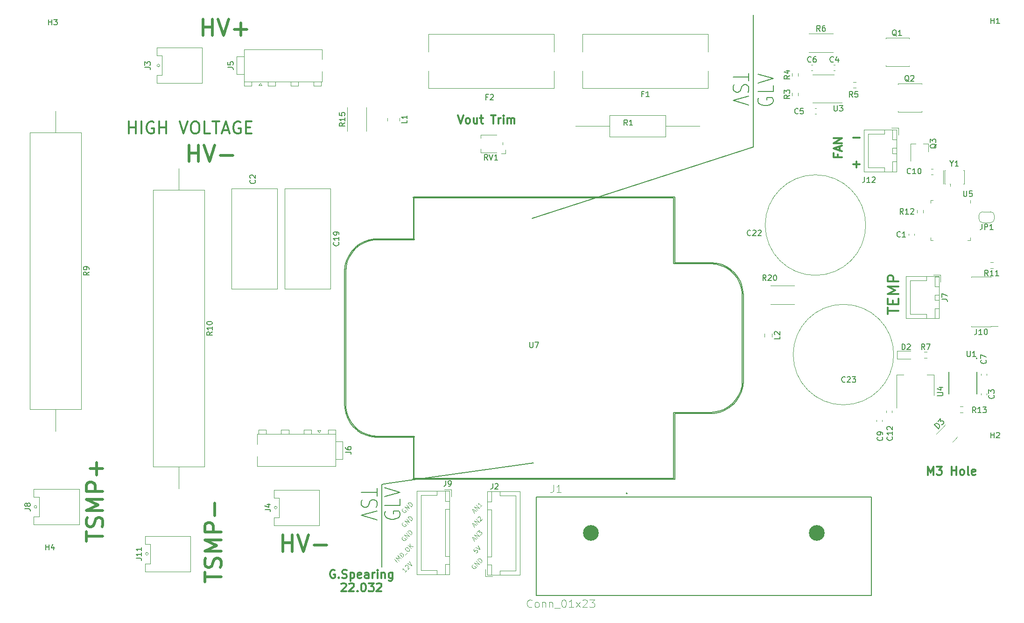
<source format=gbr>
%TF.GenerationSoftware,KiCad,Pcbnew,(6.0.1)*%
%TF.CreationDate,2022-02-14T12:03:10-05:00*%
%TF.ProjectId,high-voltage-board,68696768-2d76-46f6-9c74-6167652d626f,rev?*%
%TF.SameCoordinates,Original*%
%TF.FileFunction,Legend,Top*%
%TF.FilePolarity,Positive*%
%FSLAX46Y46*%
G04 Gerber Fmt 4.6, Leading zero omitted, Abs format (unit mm)*
G04 Created by KiCad (PCBNEW (6.0.1)) date 2022-02-14 12:03:10*
%MOMM*%
%LPD*%
G01*
G04 APERTURE LIST*
%ADD10C,0.150000*%
%ADD11C,0.100000*%
%ADD12C,0.300000*%
%ADD13C,0.500000*%
%ADD14C,0.050000*%
%ADD15C,0.120000*%
%ADD16C,0.200000*%
%ADD17C,0.127000*%
%ADD18C,2.850000*%
G04 APERTURE END LIST*
D10*
X180975000Y-62865000D02*
X140843000Y-75819000D01*
X141097000Y-120142000D02*
X115062000Y-123825000D01*
X115062000Y-123825000D02*
X113538000Y-124079000D01*
X180975000Y-38912800D02*
X180975000Y-62865000D01*
X113538000Y-124079000D02*
X113538000Y-139065000D01*
X180127530Y-49476505D02*
X180127530Y-50847933D01*
X177327530Y-50162219D02*
X180127530Y-50162219D01*
X177460863Y-51533648D02*
X177327530Y-51876505D01*
X177327530Y-52447933D01*
X177460863Y-52676505D01*
X177594197Y-52790790D01*
X177860863Y-52905076D01*
X178127530Y-52905076D01*
X178394197Y-52790790D01*
X178527530Y-52676505D01*
X178660863Y-52447933D01*
X178794197Y-51990790D01*
X178927530Y-51762219D01*
X179060863Y-51647933D01*
X179327530Y-51533648D01*
X179594197Y-51533648D01*
X179860863Y-51647933D01*
X179994197Y-51762219D01*
X180127530Y-51990790D01*
X180127530Y-52562219D01*
X179994197Y-52905076D01*
X180127530Y-53590790D02*
X177327530Y-54390790D01*
X180127530Y-55190790D01*
D11*
X130392470Y-135687969D02*
X130123096Y-135957343D01*
X130365532Y-136253654D01*
X130365532Y-136199780D01*
X130392470Y-136118967D01*
X130527157Y-135984280D01*
X130607969Y-135957343D01*
X130661844Y-135957343D01*
X130742656Y-135984280D01*
X130877343Y-136118967D01*
X130904280Y-136199780D01*
X130904280Y-136253654D01*
X130877343Y-136334467D01*
X130742656Y-136469154D01*
X130661844Y-136496091D01*
X130607969Y-136496091D01*
X130581032Y-135499407D02*
X131335279Y-135876531D01*
X130958155Y-135122284D01*
X116372960Y-138181650D02*
X115807275Y-137615964D01*
X116642334Y-137912276D02*
X116076649Y-137346590D01*
X116669271Y-137562089D01*
X116453772Y-136969467D01*
X117019458Y-137535152D01*
X117288832Y-137265778D02*
X116723146Y-136700093D01*
X116857833Y-136565406D01*
X116965583Y-136511531D01*
X117073332Y-136511531D01*
X117154145Y-136538468D01*
X117288832Y-136619280D01*
X117369644Y-136700093D01*
X117450456Y-136834780D01*
X117477393Y-136915592D01*
X117477393Y-137023341D01*
X117423519Y-137131091D01*
X117288832Y-137265778D01*
X117773705Y-136888654D02*
X118204703Y-136457656D01*
X117827580Y-135595659D02*
X117935329Y-135487910D01*
X118016141Y-135460972D01*
X118123891Y-135460972D01*
X118258578Y-135541784D01*
X118447140Y-135730346D01*
X118527952Y-135865033D01*
X118527952Y-135972783D01*
X118501015Y-136053595D01*
X118393265Y-136161345D01*
X118312453Y-136188282D01*
X118204703Y-136188282D01*
X118070016Y-136107470D01*
X117881454Y-135918908D01*
X117800642Y-135784221D01*
X117800642Y-135676471D01*
X117827580Y-135595659D01*
X118878138Y-135676471D02*
X118312453Y-135110786D01*
X119201387Y-135353223D02*
X118635702Y-135272410D01*
X118635702Y-134787537D02*
X118635702Y-135434035D01*
D12*
X212630285Y-122344571D02*
X212630285Y-120844571D01*
X213130285Y-121916000D01*
X213630285Y-120844571D01*
X213630285Y-122344571D01*
X214201714Y-120844571D02*
X215130285Y-120844571D01*
X214630285Y-121416000D01*
X214844571Y-121416000D01*
X214987428Y-121487428D01*
X215058857Y-121558857D01*
X215130285Y-121701714D01*
X215130285Y-122058857D01*
X215058857Y-122201714D01*
X214987428Y-122273142D01*
X214844571Y-122344571D01*
X214416000Y-122344571D01*
X214273142Y-122273142D01*
X214201714Y-122201714D01*
X216916000Y-122344571D02*
X216916000Y-120844571D01*
X216916000Y-121558857D02*
X217773142Y-121558857D01*
X217773142Y-122344571D02*
X217773142Y-120844571D01*
X218701714Y-122344571D02*
X218558857Y-122273142D01*
X218487428Y-122201714D01*
X218416000Y-122058857D01*
X218416000Y-121630285D01*
X218487428Y-121487428D01*
X218558857Y-121416000D01*
X218701714Y-121344571D01*
X218916000Y-121344571D01*
X219058857Y-121416000D01*
X219130285Y-121487428D01*
X219201714Y-121630285D01*
X219201714Y-122058857D01*
X219130285Y-122201714D01*
X219058857Y-122273142D01*
X218916000Y-122344571D01*
X218701714Y-122344571D01*
X220058857Y-122344571D02*
X219916000Y-122273142D01*
X219844571Y-122130285D01*
X219844571Y-120844571D01*
X221201714Y-122273142D02*
X221058857Y-122344571D01*
X220773142Y-122344571D01*
X220630285Y-122273142D01*
X220558857Y-122130285D01*
X220558857Y-121558857D01*
X220630285Y-121416000D01*
X220773142Y-121344571D01*
X221058857Y-121344571D01*
X221201714Y-121416000D01*
X221273142Y-121558857D01*
X221273142Y-121701714D01*
X220558857Y-121844571D01*
D11*
X130096158Y-138578155D02*
X130015346Y-138605093D01*
X129934534Y-138685905D01*
X129880659Y-138793654D01*
X129880659Y-138901404D01*
X129907597Y-138982216D01*
X129988409Y-139116903D01*
X130069221Y-139197715D01*
X130203908Y-139278528D01*
X130284720Y-139305465D01*
X130392470Y-139305465D01*
X130500219Y-139251590D01*
X130554094Y-139197715D01*
X130607969Y-139089966D01*
X130607969Y-139036091D01*
X130419407Y-138847529D01*
X130311658Y-138955279D01*
X130904280Y-138847529D02*
X130338595Y-138281844D01*
X131227529Y-138524280D01*
X130661844Y-137958595D01*
X131496903Y-138254906D02*
X130931218Y-137689221D01*
X131065905Y-137554534D01*
X131173654Y-137500659D01*
X131281404Y-137500659D01*
X131362216Y-137527597D01*
X131496903Y-137608409D01*
X131577715Y-137689221D01*
X131658528Y-137823908D01*
X131685465Y-137904720D01*
X131685465Y-138012470D01*
X131631590Y-138120219D01*
X131496903Y-138254906D01*
D13*
X59952142Y-134357142D02*
X59952142Y-132642857D01*
X62952142Y-133500000D02*
X59952142Y-133500000D01*
X62809285Y-131785714D02*
X62952142Y-131357142D01*
X62952142Y-130642857D01*
X62809285Y-130357142D01*
X62666428Y-130214285D01*
X62380714Y-130071428D01*
X62095000Y-130071428D01*
X61809285Y-130214285D01*
X61666428Y-130357142D01*
X61523571Y-130642857D01*
X61380714Y-131214285D01*
X61237857Y-131500000D01*
X61095000Y-131642857D01*
X60809285Y-131785714D01*
X60523571Y-131785714D01*
X60237857Y-131642857D01*
X60095000Y-131500000D01*
X59952142Y-131214285D01*
X59952142Y-130500000D01*
X60095000Y-130071428D01*
X62952142Y-128785714D02*
X59952142Y-128785714D01*
X62095000Y-127785714D01*
X59952142Y-126785714D01*
X62952142Y-126785714D01*
X62952142Y-125357142D02*
X59952142Y-125357142D01*
X59952142Y-124214285D01*
X60095000Y-123928571D01*
X60237857Y-123785714D01*
X60523571Y-123642857D01*
X60952142Y-123642857D01*
X61237857Y-123785714D01*
X61380714Y-123928571D01*
X61523571Y-124214285D01*
X61523571Y-125357142D01*
X61809285Y-122357142D02*
X61809285Y-120071428D01*
X62952142Y-121214285D02*
X60666428Y-121214285D01*
D10*
X114202197Y-129016076D02*
X114068863Y-129244648D01*
X114068863Y-129587505D01*
X114202197Y-129930362D01*
X114468863Y-130158933D01*
X114735530Y-130273219D01*
X115268863Y-130387505D01*
X115668863Y-130387505D01*
X116202197Y-130273219D01*
X116468863Y-130158933D01*
X116735530Y-129930362D01*
X116868863Y-129587505D01*
X116868863Y-129358933D01*
X116735530Y-129016076D01*
X116602197Y-128901790D01*
X115668863Y-128901790D01*
X115668863Y-129358933D01*
X116868863Y-126730362D02*
X116868863Y-127873219D01*
X114068863Y-127873219D01*
X114068863Y-126273219D02*
X116868863Y-125473219D01*
X114068863Y-124673219D01*
D11*
X130203908Y-134144653D02*
X130473282Y-133875279D01*
X130311658Y-134360152D02*
X129934534Y-133605905D01*
X130688781Y-133983028D01*
X130877343Y-133794467D02*
X130311658Y-133228781D01*
X131200592Y-133471218D01*
X130634906Y-132905532D01*
X130850406Y-132690033D02*
X131200592Y-132339847D01*
X131227529Y-132743908D01*
X131308341Y-132663096D01*
X131389154Y-132636158D01*
X131443028Y-132636158D01*
X131523841Y-132663096D01*
X131658528Y-132797783D01*
X131685465Y-132878595D01*
X131685465Y-132932470D01*
X131658528Y-133013282D01*
X131496903Y-133174906D01*
X131416091Y-133201844D01*
X131362216Y-133201844D01*
D12*
X67635238Y-60431238D02*
X67635238Y-58231238D01*
X67635238Y-59278857D02*
X68892380Y-59278857D01*
X68892380Y-60431238D02*
X68892380Y-58231238D01*
X69940000Y-60431238D02*
X69940000Y-58231238D01*
X72140000Y-58336000D02*
X71930476Y-58231238D01*
X71616190Y-58231238D01*
X71301904Y-58336000D01*
X71092380Y-58545523D01*
X70987619Y-58755047D01*
X70882857Y-59174095D01*
X70882857Y-59488380D01*
X70987619Y-59907428D01*
X71092380Y-60116952D01*
X71301904Y-60326476D01*
X71616190Y-60431238D01*
X71825714Y-60431238D01*
X72140000Y-60326476D01*
X72244761Y-60221714D01*
X72244761Y-59488380D01*
X71825714Y-59488380D01*
X73187619Y-60431238D02*
X73187619Y-58231238D01*
X73187619Y-59278857D02*
X74444761Y-59278857D01*
X74444761Y-60431238D02*
X74444761Y-58231238D01*
X76854285Y-58231238D02*
X77587619Y-60431238D01*
X78320952Y-58231238D01*
X79473333Y-58231238D02*
X79892380Y-58231238D01*
X80101904Y-58336000D01*
X80311428Y-58545523D01*
X80416190Y-58964571D01*
X80416190Y-59697904D01*
X80311428Y-60116952D01*
X80101904Y-60326476D01*
X79892380Y-60431238D01*
X79473333Y-60431238D01*
X79263809Y-60326476D01*
X79054285Y-60116952D01*
X78949523Y-59697904D01*
X78949523Y-58964571D01*
X79054285Y-58545523D01*
X79263809Y-58336000D01*
X79473333Y-58231238D01*
X82406666Y-60431238D02*
X81359047Y-60431238D01*
X81359047Y-58231238D01*
X82825714Y-58231238D02*
X84082857Y-58231238D01*
X83454285Y-60431238D02*
X83454285Y-58231238D01*
X84711428Y-59802666D02*
X85759047Y-59802666D01*
X84501904Y-60431238D02*
X85235238Y-58231238D01*
X85968571Y-60431238D01*
X87854285Y-58336000D02*
X87644761Y-58231238D01*
X87330476Y-58231238D01*
X87016190Y-58336000D01*
X86806666Y-58545523D01*
X86701904Y-58755047D01*
X86597142Y-59174095D01*
X86597142Y-59488380D01*
X86701904Y-59907428D01*
X86806666Y-60116952D01*
X87016190Y-60326476D01*
X87330476Y-60431238D01*
X87540000Y-60431238D01*
X87854285Y-60326476D01*
X87959047Y-60221714D01*
X87959047Y-59488380D01*
X87540000Y-59488380D01*
X88901904Y-59278857D02*
X89635238Y-59278857D01*
X89949523Y-60431238D02*
X88901904Y-60431238D01*
X88901904Y-58231238D01*
X89949523Y-58231238D01*
D10*
X181893197Y-53959076D02*
X181759863Y-54187648D01*
X181759863Y-54530505D01*
X181893197Y-54873362D01*
X182159863Y-55101933D01*
X182426530Y-55216219D01*
X182959863Y-55330505D01*
X183359863Y-55330505D01*
X183893197Y-55216219D01*
X184159863Y-55101933D01*
X184426530Y-54873362D01*
X184559863Y-54530505D01*
X184559863Y-54301933D01*
X184426530Y-53959076D01*
X184293197Y-53844790D01*
X183359863Y-53844790D01*
X183359863Y-54301933D01*
X184559863Y-51673362D02*
X184559863Y-52816219D01*
X181759863Y-52816219D01*
X181759863Y-51216219D02*
X184559863Y-50416219D01*
X181759863Y-49616219D01*
D12*
X196234857Y-64206285D02*
X196234857Y-64706285D01*
X197020571Y-64706285D02*
X195520571Y-64706285D01*
X195520571Y-63992000D01*
X196592000Y-63492000D02*
X196592000Y-62777714D01*
X197020571Y-63634857D02*
X195520571Y-63134857D01*
X197020571Y-62634857D01*
X197020571Y-62134857D02*
X195520571Y-62134857D01*
X197020571Y-61277714D01*
X195520571Y-61277714D01*
X205279761Y-93154047D02*
X205279761Y-92011190D01*
X207279761Y-92582619D02*
X205279761Y-92582619D01*
X206232142Y-91344523D02*
X206232142Y-90677857D01*
X207279761Y-90392142D02*
X207279761Y-91344523D01*
X205279761Y-91344523D01*
X205279761Y-90392142D01*
X207279761Y-89535000D02*
X205279761Y-89535000D01*
X206708333Y-88868333D01*
X205279761Y-88201666D01*
X207279761Y-88201666D01*
X207279761Y-87249285D02*
X205279761Y-87249285D01*
X205279761Y-86487380D01*
X205375000Y-86296904D01*
X205470238Y-86201666D01*
X205660714Y-86106428D01*
X205946428Y-86106428D01*
X206136904Y-86201666D01*
X206232142Y-86296904D01*
X206327380Y-86487380D01*
X206327380Y-87249285D01*
D11*
X117438958Y-130958155D02*
X117358146Y-130985093D01*
X117277334Y-131065905D01*
X117223459Y-131173654D01*
X117223459Y-131281404D01*
X117250397Y-131362216D01*
X117331209Y-131496903D01*
X117412021Y-131577715D01*
X117546708Y-131658528D01*
X117627520Y-131685465D01*
X117735270Y-131685465D01*
X117843019Y-131631590D01*
X117896894Y-131577715D01*
X117950769Y-131469966D01*
X117950769Y-131416091D01*
X117762207Y-131227529D01*
X117654458Y-131335279D01*
X118247080Y-131227529D02*
X117681395Y-130661844D01*
X118570329Y-130904280D01*
X118004644Y-130338595D01*
X118839703Y-130634906D02*
X118274018Y-130069221D01*
X118408705Y-129934534D01*
X118516454Y-129880659D01*
X118624204Y-129880659D01*
X118705016Y-129907597D01*
X118839703Y-129988409D01*
X118920515Y-130069221D01*
X119001328Y-130203908D01*
X119028265Y-130284720D01*
X119028265Y-130392470D01*
X118974390Y-130500219D01*
X118839703Y-130634906D01*
D12*
X127338000Y-57090571D02*
X127838000Y-58590571D01*
X128338000Y-57090571D01*
X129052285Y-58590571D02*
X128909428Y-58519142D01*
X128838000Y-58447714D01*
X128766571Y-58304857D01*
X128766571Y-57876285D01*
X128838000Y-57733428D01*
X128909428Y-57662000D01*
X129052285Y-57590571D01*
X129266571Y-57590571D01*
X129409428Y-57662000D01*
X129480857Y-57733428D01*
X129552285Y-57876285D01*
X129552285Y-58304857D01*
X129480857Y-58447714D01*
X129409428Y-58519142D01*
X129266571Y-58590571D01*
X129052285Y-58590571D01*
X130838000Y-57590571D02*
X130838000Y-58590571D01*
X130195142Y-57590571D02*
X130195142Y-58376285D01*
X130266571Y-58519142D01*
X130409428Y-58590571D01*
X130623714Y-58590571D01*
X130766571Y-58519142D01*
X130838000Y-58447714D01*
X131338000Y-57590571D02*
X131909428Y-57590571D01*
X131552285Y-57090571D02*
X131552285Y-58376285D01*
X131623714Y-58519142D01*
X131766571Y-58590571D01*
X131909428Y-58590571D01*
X133338000Y-57090571D02*
X134195142Y-57090571D01*
X133766571Y-58590571D02*
X133766571Y-57090571D01*
X134695142Y-58590571D02*
X134695142Y-57590571D01*
X134695142Y-57876285D02*
X134766571Y-57733428D01*
X134838000Y-57662000D01*
X134980857Y-57590571D01*
X135123714Y-57590571D01*
X135623714Y-58590571D02*
X135623714Y-57590571D01*
X135623714Y-57090571D02*
X135552285Y-57162000D01*
X135623714Y-57233428D01*
X135695142Y-57162000D01*
X135623714Y-57090571D01*
X135623714Y-57233428D01*
X136338000Y-58590571D02*
X136338000Y-57590571D01*
X136338000Y-57733428D02*
X136409428Y-57662000D01*
X136552285Y-57590571D01*
X136766571Y-57590571D01*
X136909428Y-57662000D01*
X136980857Y-57804857D01*
X136980857Y-58590571D01*
X136980857Y-57804857D02*
X137052285Y-57662000D01*
X137195142Y-57590571D01*
X137409428Y-57590571D01*
X137552285Y-57662000D01*
X137623714Y-57804857D01*
X137623714Y-58590571D01*
D11*
X117438958Y-128418155D02*
X117358146Y-128445093D01*
X117277334Y-128525905D01*
X117223459Y-128633654D01*
X117223459Y-128741404D01*
X117250397Y-128822216D01*
X117331209Y-128956903D01*
X117412021Y-129037715D01*
X117546708Y-129118528D01*
X117627520Y-129145465D01*
X117735270Y-129145465D01*
X117843019Y-129091590D01*
X117896894Y-129037715D01*
X117950769Y-128929966D01*
X117950769Y-128876091D01*
X117762207Y-128687529D01*
X117654458Y-128795279D01*
X118247080Y-128687529D02*
X117681395Y-128121844D01*
X118570329Y-128364280D01*
X118004644Y-127798595D01*
X118839703Y-128094906D02*
X118274018Y-127529221D01*
X118408705Y-127394534D01*
X118516454Y-127340659D01*
X118624204Y-127340659D01*
X118705016Y-127367597D01*
X118839703Y-127448409D01*
X118920515Y-127529221D01*
X119001328Y-127663908D01*
X119028265Y-127744720D01*
X119028265Y-127852470D01*
X118974390Y-127960219D01*
X118839703Y-128094906D01*
D13*
X81090000Y-42632142D02*
X81090000Y-39632142D01*
X81090000Y-41060714D02*
X82804285Y-41060714D01*
X82804285Y-42632142D02*
X82804285Y-39632142D01*
X83804285Y-39632142D02*
X84804285Y-42632142D01*
X85804285Y-39632142D01*
X86804285Y-41489285D02*
X89090000Y-41489285D01*
X87947142Y-42632142D02*
X87947142Y-40346428D01*
X81415142Y-141723142D02*
X81415142Y-140008857D01*
X84415142Y-140866000D02*
X81415142Y-140866000D01*
X84272285Y-139151714D02*
X84415142Y-138723142D01*
X84415142Y-138008857D01*
X84272285Y-137723142D01*
X84129428Y-137580285D01*
X83843714Y-137437428D01*
X83558000Y-137437428D01*
X83272285Y-137580285D01*
X83129428Y-137723142D01*
X82986571Y-138008857D01*
X82843714Y-138580285D01*
X82700857Y-138866000D01*
X82558000Y-139008857D01*
X82272285Y-139151714D01*
X81986571Y-139151714D01*
X81700857Y-139008857D01*
X81558000Y-138866000D01*
X81415142Y-138580285D01*
X81415142Y-137866000D01*
X81558000Y-137437428D01*
X84415142Y-136151714D02*
X81415142Y-136151714D01*
X83558000Y-135151714D01*
X81415142Y-134151714D01*
X84415142Y-134151714D01*
X84415142Y-132723142D02*
X81415142Y-132723142D01*
X81415142Y-131580285D01*
X81558000Y-131294571D01*
X81700857Y-131151714D01*
X81986571Y-131008857D01*
X82415142Y-131008857D01*
X82700857Y-131151714D01*
X82843714Y-131294571D01*
X82986571Y-131580285D01*
X82986571Y-132723142D01*
X83272285Y-129723142D02*
X83272285Y-127437428D01*
X78550000Y-65492142D02*
X78550000Y-62492142D01*
X78550000Y-63920714D02*
X80264285Y-63920714D01*
X80264285Y-65492142D02*
X80264285Y-62492142D01*
X81264285Y-62492142D02*
X82264285Y-65492142D01*
X83264285Y-62492142D01*
X84264285Y-64349285D02*
X86550000Y-64349285D01*
D11*
X130203908Y-131604653D02*
X130473282Y-131335279D01*
X130311658Y-131820152D02*
X129934534Y-131065905D01*
X130688781Y-131443028D01*
X130877343Y-131254467D02*
X130311658Y-130688781D01*
X131200592Y-130931218D01*
X130634906Y-130365532D01*
X130931218Y-130176971D02*
X130931218Y-130123096D01*
X130958155Y-130042284D01*
X131092842Y-129907597D01*
X131173654Y-129880659D01*
X131227529Y-129880659D01*
X131308341Y-129907597D01*
X131362216Y-129961471D01*
X131416091Y-130069221D01*
X131416091Y-130715719D01*
X131766277Y-130365532D01*
D13*
X95568000Y-136231142D02*
X95568000Y-133231142D01*
X95568000Y-134659714D02*
X97282285Y-134659714D01*
X97282285Y-136231142D02*
X97282285Y-133231142D01*
X98282285Y-133231142D02*
X99282285Y-136231142D01*
X100282285Y-133231142D01*
X101282285Y-135088285D02*
X103568000Y-135088285D01*
D11*
X130203908Y-129064653D02*
X130473282Y-128795279D01*
X130311658Y-129280152D02*
X129934534Y-128525905D01*
X130688781Y-128903028D01*
X130877343Y-128714467D02*
X130311658Y-128148781D01*
X131200592Y-128391218D01*
X130634906Y-127825532D01*
X131766277Y-127825532D02*
X131443028Y-128148781D01*
X131604653Y-127987157D02*
X131038967Y-127421471D01*
X131065905Y-127556158D01*
X131065905Y-127663908D01*
X131038967Y-127744720D01*
D12*
X199072571Y-61192142D02*
X200215428Y-61192142D01*
X199072571Y-66022142D02*
X200215428Y-66022142D01*
X199644000Y-66593571D02*
X199644000Y-65450714D01*
X104997857Y-139647500D02*
X104855000Y-139576071D01*
X104640714Y-139576071D01*
X104426428Y-139647500D01*
X104283571Y-139790357D01*
X104212142Y-139933214D01*
X104140714Y-140218928D01*
X104140714Y-140433214D01*
X104212142Y-140718928D01*
X104283571Y-140861785D01*
X104426428Y-141004642D01*
X104640714Y-141076071D01*
X104783571Y-141076071D01*
X104997857Y-141004642D01*
X105069285Y-140933214D01*
X105069285Y-140433214D01*
X104783571Y-140433214D01*
X105712142Y-140933214D02*
X105783571Y-141004642D01*
X105712142Y-141076071D01*
X105640714Y-141004642D01*
X105712142Y-140933214D01*
X105712142Y-141076071D01*
X106355000Y-141004642D02*
X106569285Y-141076071D01*
X106926428Y-141076071D01*
X107069285Y-141004642D01*
X107140714Y-140933214D01*
X107212142Y-140790357D01*
X107212142Y-140647500D01*
X107140714Y-140504642D01*
X107069285Y-140433214D01*
X106926428Y-140361785D01*
X106640714Y-140290357D01*
X106497857Y-140218928D01*
X106426428Y-140147500D01*
X106355000Y-140004642D01*
X106355000Y-139861785D01*
X106426428Y-139718928D01*
X106497857Y-139647500D01*
X106640714Y-139576071D01*
X106997857Y-139576071D01*
X107212142Y-139647500D01*
X107855000Y-140076071D02*
X107855000Y-141576071D01*
X107855000Y-140147500D02*
X107997857Y-140076071D01*
X108283571Y-140076071D01*
X108426428Y-140147500D01*
X108497857Y-140218928D01*
X108569285Y-140361785D01*
X108569285Y-140790357D01*
X108497857Y-140933214D01*
X108426428Y-141004642D01*
X108283571Y-141076071D01*
X107997857Y-141076071D01*
X107855000Y-141004642D01*
X109783571Y-141004642D02*
X109640714Y-141076071D01*
X109355000Y-141076071D01*
X109212142Y-141004642D01*
X109140714Y-140861785D01*
X109140714Y-140290357D01*
X109212142Y-140147500D01*
X109355000Y-140076071D01*
X109640714Y-140076071D01*
X109783571Y-140147500D01*
X109855000Y-140290357D01*
X109855000Y-140433214D01*
X109140714Y-140576071D01*
X111140714Y-141076071D02*
X111140714Y-140290357D01*
X111069285Y-140147500D01*
X110926428Y-140076071D01*
X110640714Y-140076071D01*
X110497857Y-140147500D01*
X111140714Y-141004642D02*
X110997857Y-141076071D01*
X110640714Y-141076071D01*
X110497857Y-141004642D01*
X110426428Y-140861785D01*
X110426428Y-140718928D01*
X110497857Y-140576071D01*
X110640714Y-140504642D01*
X110997857Y-140504642D01*
X111140714Y-140433214D01*
X111855000Y-141076071D02*
X111855000Y-140076071D01*
X111855000Y-140361785D02*
X111926428Y-140218928D01*
X111997857Y-140147500D01*
X112140714Y-140076071D01*
X112283571Y-140076071D01*
X112783571Y-141076071D02*
X112783571Y-140076071D01*
X112783571Y-139576071D02*
X112712142Y-139647500D01*
X112783571Y-139718928D01*
X112855000Y-139647500D01*
X112783571Y-139576071D01*
X112783571Y-139718928D01*
X113497857Y-140076071D02*
X113497857Y-141076071D01*
X113497857Y-140218928D02*
X113569285Y-140147500D01*
X113712142Y-140076071D01*
X113926428Y-140076071D01*
X114069285Y-140147500D01*
X114140714Y-140290357D01*
X114140714Y-141076071D01*
X115497857Y-140076071D02*
X115497857Y-141290357D01*
X115426428Y-141433214D01*
X115355000Y-141504642D01*
X115212142Y-141576071D01*
X114997857Y-141576071D01*
X114855000Y-141504642D01*
X115497857Y-141004642D02*
X115355000Y-141076071D01*
X115069285Y-141076071D01*
X114926428Y-141004642D01*
X114855000Y-140933214D01*
X114783571Y-140790357D01*
X114783571Y-140361785D01*
X114855000Y-140218928D01*
X114926428Y-140147500D01*
X115069285Y-140076071D01*
X115355000Y-140076071D01*
X115497857Y-140147500D01*
X106212142Y-142133928D02*
X106283571Y-142062500D01*
X106426428Y-141991071D01*
X106783571Y-141991071D01*
X106926428Y-142062500D01*
X106997857Y-142133928D01*
X107069285Y-142276785D01*
X107069285Y-142419642D01*
X106997857Y-142633928D01*
X106140714Y-143491071D01*
X107069285Y-143491071D01*
X107640714Y-142133928D02*
X107712142Y-142062500D01*
X107855000Y-141991071D01*
X108212142Y-141991071D01*
X108355000Y-142062500D01*
X108426428Y-142133928D01*
X108497857Y-142276785D01*
X108497857Y-142419642D01*
X108426428Y-142633928D01*
X107569285Y-143491071D01*
X108497857Y-143491071D01*
X109140714Y-143348214D02*
X109212142Y-143419642D01*
X109140714Y-143491071D01*
X109069285Y-143419642D01*
X109140714Y-143348214D01*
X109140714Y-143491071D01*
X110140714Y-141991071D02*
X110283571Y-141991071D01*
X110426428Y-142062500D01*
X110497857Y-142133928D01*
X110569285Y-142276785D01*
X110640714Y-142562500D01*
X110640714Y-142919642D01*
X110569285Y-143205357D01*
X110497857Y-143348214D01*
X110426428Y-143419642D01*
X110283571Y-143491071D01*
X110140714Y-143491071D01*
X109997857Y-143419642D01*
X109926428Y-143348214D01*
X109855000Y-143205357D01*
X109783571Y-142919642D01*
X109783571Y-142562500D01*
X109855000Y-142276785D01*
X109926428Y-142133928D01*
X109997857Y-142062500D01*
X110140714Y-141991071D01*
X111140714Y-141991071D02*
X112069285Y-141991071D01*
X111569285Y-142562500D01*
X111783571Y-142562500D01*
X111926428Y-142633928D01*
X111997857Y-142705357D01*
X112069285Y-142848214D01*
X112069285Y-143205357D01*
X111997857Y-143348214D01*
X111926428Y-143419642D01*
X111783571Y-143491071D01*
X111355000Y-143491071D01*
X111212142Y-143419642D01*
X111140714Y-143348214D01*
X112640714Y-142133928D02*
X112712142Y-142062500D01*
X112855000Y-141991071D01*
X113212142Y-141991071D01*
X113355000Y-142062500D01*
X113426428Y-142133928D01*
X113497857Y-142276785D01*
X113497857Y-142419642D01*
X113426428Y-142633928D01*
X112569285Y-143491071D01*
X113497857Y-143491071D01*
D10*
X112658333Y-124777857D02*
X112658333Y-126149285D01*
X109858333Y-125463571D02*
X112658333Y-125463571D01*
X109991666Y-126835000D02*
X109858333Y-127177857D01*
X109858333Y-127749285D01*
X109991666Y-127977857D01*
X110125000Y-128092142D01*
X110391666Y-128206428D01*
X110658333Y-128206428D01*
X110925000Y-128092142D01*
X111058333Y-127977857D01*
X111191666Y-127749285D01*
X111325000Y-127292142D01*
X111458333Y-127063571D01*
X111591666Y-126949285D01*
X111858333Y-126835000D01*
X112125000Y-126835000D01*
X112391666Y-126949285D01*
X112525000Y-127063571D01*
X112658333Y-127292142D01*
X112658333Y-127863571D01*
X112525000Y-128206428D01*
X112658333Y-128892142D02*
X109858333Y-129692142D01*
X112658333Y-130492142D01*
D11*
X117396158Y-133498155D02*
X117315346Y-133525093D01*
X117234534Y-133605905D01*
X117180659Y-133713654D01*
X117180659Y-133821404D01*
X117207597Y-133902216D01*
X117288409Y-134036903D01*
X117369221Y-134117715D01*
X117503908Y-134198528D01*
X117584720Y-134225465D01*
X117692470Y-134225465D01*
X117800219Y-134171590D01*
X117854094Y-134117715D01*
X117907969Y-134009966D01*
X117907969Y-133956091D01*
X117719407Y-133767529D01*
X117611658Y-133875279D01*
X118204280Y-133767529D02*
X117638595Y-133201844D01*
X118527529Y-133444280D01*
X117961844Y-132878595D01*
X118796903Y-133174906D02*
X118231218Y-132609221D01*
X118365905Y-132474534D01*
X118473654Y-132420659D01*
X118581404Y-132420659D01*
X118662216Y-132447597D01*
X118796903Y-132528409D01*
X118877715Y-132609221D01*
X118958528Y-132743908D01*
X118985465Y-132824720D01*
X118985465Y-132932470D01*
X118931590Y-133040219D01*
X118796903Y-133174906D01*
X118058519Y-139671091D02*
X117735270Y-139994340D01*
X117896894Y-139832715D02*
X117331209Y-139267030D01*
X117358146Y-139401717D01*
X117358146Y-139509467D01*
X117331209Y-139590279D01*
X117762207Y-138943781D02*
X117762207Y-138889906D01*
X117789145Y-138809094D01*
X117923832Y-138674407D01*
X118004644Y-138647470D01*
X118058519Y-138647470D01*
X118139331Y-138674407D01*
X118193206Y-138728282D01*
X118247080Y-138836032D01*
X118247080Y-139482529D01*
X118597267Y-139132343D01*
X118193206Y-138405033D02*
X118947453Y-138782157D01*
X118570329Y-138027910D01*
D10*
%TO.C,J5*%
X85608080Y-48393433D02*
X86322366Y-48393433D01*
X86465223Y-48441052D01*
X86560461Y-48536290D01*
X86608080Y-48679147D01*
X86608080Y-48774385D01*
X85608080Y-47441052D02*
X85608080Y-47917242D01*
X86084271Y-47964861D01*
X86036652Y-47917242D01*
X85989033Y-47822004D01*
X85989033Y-47583909D01*
X86036652Y-47488671D01*
X86084271Y-47441052D01*
X86179509Y-47393433D01*
X86417604Y-47393433D01*
X86512842Y-47441052D01*
X86560461Y-47488671D01*
X86608080Y-47583909D01*
X86608080Y-47822004D01*
X86560461Y-47917242D01*
X86512842Y-47964861D01*
%TO.C,H4*%
X52578095Y-135952380D02*
X52578095Y-134952380D01*
X52578095Y-135428571D02*
X53149523Y-135428571D01*
X53149523Y-135952380D02*
X53149523Y-134952380D01*
X54054285Y-135285714D02*
X54054285Y-135952380D01*
X53816190Y-134904761D02*
X53578095Y-135619047D01*
X54197142Y-135619047D01*
%TO.C,U7*%
X140390975Y-98263080D02*
X140390975Y-99072604D01*
X140438594Y-99167842D01*
X140486213Y-99215461D01*
X140581451Y-99263080D01*
X140771927Y-99263080D01*
X140867165Y-99215461D01*
X140914784Y-99167842D01*
X140962403Y-99072604D01*
X140962403Y-98263080D01*
X141343356Y-98263080D02*
X142010022Y-98263080D01*
X141581451Y-99263080D01*
%TO.C,J11*%
X68978380Y-137461523D02*
X69692666Y-137461523D01*
X69835523Y-137509142D01*
X69930761Y-137604380D01*
X69978380Y-137747238D01*
X69978380Y-137842476D01*
X69978380Y-136461523D02*
X69978380Y-137032952D01*
X69978380Y-136747238D02*
X68978380Y-136747238D01*
X69121238Y-136842476D01*
X69216476Y-136937714D01*
X69264095Y-137032952D01*
X69978380Y-135509142D02*
X69978380Y-136080571D01*
X69978380Y-135794857D02*
X68978380Y-135794857D01*
X69121238Y-135890095D01*
X69216476Y-135985333D01*
X69264095Y-136080571D01*
%TO.C,H2*%
X224028095Y-115632380D02*
X224028095Y-114632380D01*
X224028095Y-115108571D02*
X224599523Y-115108571D01*
X224599523Y-115632380D02*
X224599523Y-114632380D01*
X225028095Y-114727619D02*
X225075714Y-114680000D01*
X225170952Y-114632380D01*
X225409047Y-114632380D01*
X225504285Y-114680000D01*
X225551904Y-114727619D01*
X225599523Y-114822857D01*
X225599523Y-114918095D01*
X225551904Y-115060952D01*
X224980476Y-115632380D01*
X225599523Y-115632380D01*
%TO.C,Q3*%
X214161619Y-62325238D02*
X214114000Y-62420476D01*
X214018761Y-62515714D01*
X213875904Y-62658571D01*
X213828285Y-62753809D01*
X213828285Y-62849047D01*
X214066380Y-62801428D02*
X214018761Y-62896666D01*
X213923523Y-62991904D01*
X213733047Y-63039523D01*
X213399714Y-63039523D01*
X213209238Y-62991904D01*
X213114000Y-62896666D01*
X213066380Y-62801428D01*
X213066380Y-62610952D01*
X213114000Y-62515714D01*
X213209238Y-62420476D01*
X213399714Y-62372857D01*
X213733047Y-62372857D01*
X213923523Y-62420476D01*
X214018761Y-62515714D01*
X214066380Y-62610952D01*
X214066380Y-62801428D01*
X213066380Y-62039523D02*
X213066380Y-61420476D01*
X213447333Y-61753809D01*
X213447333Y-61610952D01*
X213494952Y-61515714D01*
X213542571Y-61468095D01*
X213637809Y-61420476D01*
X213875904Y-61420476D01*
X213971142Y-61468095D01*
X214018761Y-61515714D01*
X214066380Y-61610952D01*
X214066380Y-61896666D01*
X214018761Y-61991904D01*
X213971142Y-62039523D01*
%TO.C,D2*%
X207908904Y-99606380D02*
X207908904Y-98606380D01*
X208147000Y-98606380D01*
X208289857Y-98654000D01*
X208385095Y-98749238D01*
X208432714Y-98844476D01*
X208480333Y-99034952D01*
X208480333Y-99177809D01*
X208432714Y-99368285D01*
X208385095Y-99463523D01*
X208289857Y-99558761D01*
X208147000Y-99606380D01*
X207908904Y-99606380D01*
X208861285Y-98701619D02*
X208908904Y-98654000D01*
X209004142Y-98606380D01*
X209242238Y-98606380D01*
X209337476Y-98654000D01*
X209385095Y-98701619D01*
X209432714Y-98796857D01*
X209432714Y-98892095D01*
X209385095Y-99034952D01*
X208813666Y-99606380D01*
X209432714Y-99606380D01*
%TO.C,C23*%
X197597842Y-105439242D02*
X197550223Y-105486861D01*
X197407366Y-105534480D01*
X197312128Y-105534480D01*
X197169271Y-105486861D01*
X197074033Y-105391623D01*
X197026414Y-105296385D01*
X196978795Y-105105909D01*
X196978795Y-104963052D01*
X197026414Y-104772576D01*
X197074033Y-104677338D01*
X197169271Y-104582100D01*
X197312128Y-104534480D01*
X197407366Y-104534480D01*
X197550223Y-104582100D01*
X197597842Y-104629719D01*
X197978795Y-104629719D02*
X198026414Y-104582100D01*
X198121652Y-104534480D01*
X198359747Y-104534480D01*
X198454985Y-104582100D01*
X198502604Y-104629719D01*
X198550223Y-104724957D01*
X198550223Y-104820195D01*
X198502604Y-104963052D01*
X197931176Y-105534480D01*
X198550223Y-105534480D01*
X198883557Y-104534480D02*
X199502604Y-104534480D01*
X199169271Y-104915433D01*
X199312128Y-104915433D01*
X199407366Y-104963052D01*
X199454985Y-105010671D01*
X199502604Y-105105909D01*
X199502604Y-105344004D01*
X199454985Y-105439242D01*
X199407366Y-105486861D01*
X199312128Y-105534480D01*
X199026414Y-105534480D01*
X198931176Y-105486861D01*
X198883557Y-105439242D01*
%TO.C,R3*%
X187551080Y-53432766D02*
X187074890Y-53766100D01*
X187551080Y-54004195D02*
X186551080Y-54004195D01*
X186551080Y-53623242D01*
X186598700Y-53528004D01*
X186646319Y-53480385D01*
X186741557Y-53432766D01*
X186884414Y-53432766D01*
X186979652Y-53480385D01*
X187027271Y-53528004D01*
X187074890Y-53623242D01*
X187074890Y-54004195D01*
X186551080Y-53099433D02*
X186551080Y-52480385D01*
X186932033Y-52813719D01*
X186932033Y-52670861D01*
X186979652Y-52575623D01*
X187027271Y-52528004D01*
X187122509Y-52480385D01*
X187360604Y-52480385D01*
X187455842Y-52528004D01*
X187503461Y-52575623D01*
X187551080Y-52670861D01*
X187551080Y-52956576D01*
X187503461Y-53051814D01*
X187455842Y-53099433D01*
%TO.C,U4*%
X214336380Y-107949904D02*
X215145904Y-107949904D01*
X215241142Y-107902285D01*
X215288761Y-107854666D01*
X215336380Y-107759428D01*
X215336380Y-107568952D01*
X215288761Y-107473714D01*
X215241142Y-107426095D01*
X215145904Y-107378476D01*
X214336380Y-107378476D01*
X214669714Y-106473714D02*
X215336380Y-106473714D01*
X214288761Y-106711809D02*
X215003047Y-106949904D01*
X215003047Y-106330857D01*
%TO.C,R4*%
X187551080Y-49876766D02*
X187074890Y-50210100D01*
X187551080Y-50448195D02*
X186551080Y-50448195D01*
X186551080Y-50067242D01*
X186598700Y-49972004D01*
X186646319Y-49924385D01*
X186741557Y-49876766D01*
X186884414Y-49876766D01*
X186979652Y-49924385D01*
X187027271Y-49972004D01*
X187074890Y-50067242D01*
X187074890Y-50448195D01*
X186884414Y-49019623D02*
X187551080Y-49019623D01*
X186503461Y-49257719D02*
X187217747Y-49495814D01*
X187217747Y-48876766D01*
%TO.C,C10*%
X209465942Y-67616342D02*
X209418323Y-67663961D01*
X209275466Y-67711580D01*
X209180228Y-67711580D01*
X209037371Y-67663961D01*
X208942133Y-67568723D01*
X208894514Y-67473485D01*
X208846895Y-67283009D01*
X208846895Y-67140152D01*
X208894514Y-66949676D01*
X208942133Y-66854438D01*
X209037371Y-66759200D01*
X209180228Y-66711580D01*
X209275466Y-66711580D01*
X209418323Y-66759200D01*
X209465942Y-66806819D01*
X210418323Y-67711580D02*
X209846895Y-67711580D01*
X210132609Y-67711580D02*
X210132609Y-66711580D01*
X210037371Y-66854438D01*
X209942133Y-66949676D01*
X209846895Y-66997295D01*
X211037371Y-66711580D02*
X211132609Y-66711580D01*
X211227847Y-66759200D01*
X211275466Y-66806819D01*
X211323085Y-66902057D01*
X211370704Y-67092533D01*
X211370704Y-67330628D01*
X211323085Y-67521104D01*
X211275466Y-67616342D01*
X211227847Y-67663961D01*
X211132609Y-67711580D01*
X211037371Y-67711580D01*
X210942133Y-67663961D01*
X210894514Y-67616342D01*
X210846895Y-67521104D01*
X210799276Y-67330628D01*
X210799276Y-67092533D01*
X210846895Y-66902057D01*
X210894514Y-66806819D01*
X210942133Y-66759200D01*
X211037371Y-66711580D01*
%TO.C,H3*%
X53086095Y-40702380D02*
X53086095Y-39702380D01*
X53086095Y-40178571D02*
X53657523Y-40178571D01*
X53657523Y-40702380D02*
X53657523Y-39702380D01*
X54038476Y-39702380D02*
X54657523Y-39702380D01*
X54324190Y-40083333D01*
X54467047Y-40083333D01*
X54562285Y-40130952D01*
X54609904Y-40178571D01*
X54657523Y-40273809D01*
X54657523Y-40511904D01*
X54609904Y-40607142D01*
X54562285Y-40654761D01*
X54467047Y-40702380D01*
X54181333Y-40702380D01*
X54086095Y-40654761D01*
X54038476Y-40607142D01*
%TO.C,Q2*%
X209178461Y-50969719D02*
X209083223Y-50922100D01*
X208987985Y-50826861D01*
X208845128Y-50684004D01*
X208749890Y-50636385D01*
X208654652Y-50636385D01*
X208702271Y-50874480D02*
X208607033Y-50826861D01*
X208511795Y-50731623D01*
X208464176Y-50541147D01*
X208464176Y-50207814D01*
X208511795Y-50017338D01*
X208607033Y-49922100D01*
X208702271Y-49874480D01*
X208892747Y-49874480D01*
X208987985Y-49922100D01*
X209083223Y-50017338D01*
X209130842Y-50207814D01*
X209130842Y-50541147D01*
X209083223Y-50731623D01*
X208987985Y-50826861D01*
X208892747Y-50874480D01*
X208702271Y-50874480D01*
X209511795Y-49969719D02*
X209559414Y-49922100D01*
X209654652Y-49874480D01*
X209892747Y-49874480D01*
X209987985Y-49922100D01*
X210035604Y-49969719D01*
X210083223Y-50064957D01*
X210083223Y-50160195D01*
X210035604Y-50303052D01*
X209464176Y-50874480D01*
X210083223Y-50874480D01*
%TO.C,J9*%
X125142666Y-123404380D02*
X125142666Y-124118666D01*
X125095047Y-124261523D01*
X124999809Y-124356761D01*
X124856952Y-124404380D01*
X124761714Y-124404380D01*
X125666476Y-124404380D02*
X125856952Y-124404380D01*
X125952190Y-124356761D01*
X125999809Y-124309142D01*
X126095047Y-124166285D01*
X126142666Y-123975809D01*
X126142666Y-123594857D01*
X126095047Y-123499619D01*
X126047428Y-123452000D01*
X125952190Y-123404380D01*
X125761714Y-123404380D01*
X125666476Y-123452000D01*
X125618857Y-123499619D01*
X125571238Y-123594857D01*
X125571238Y-123832952D01*
X125618857Y-123928190D01*
X125666476Y-123975809D01*
X125761714Y-124023428D01*
X125952190Y-124023428D01*
X126047428Y-123975809D01*
X126095047Y-123928190D01*
X126142666Y-123832952D01*
%TO.C,C3*%
X224545142Y-107862666D02*
X224592761Y-107910285D01*
X224640380Y-108053142D01*
X224640380Y-108148380D01*
X224592761Y-108291238D01*
X224497523Y-108386476D01*
X224402285Y-108434095D01*
X224211809Y-108481714D01*
X224068952Y-108481714D01*
X223878476Y-108434095D01*
X223783238Y-108386476D01*
X223688000Y-108291238D01*
X223640380Y-108148380D01*
X223640380Y-108053142D01*
X223688000Y-107910285D01*
X223735619Y-107862666D01*
X223640380Y-107529333D02*
X223640380Y-106910285D01*
X224021333Y-107243619D01*
X224021333Y-107100761D01*
X224068952Y-107005523D01*
X224116571Y-106957904D01*
X224211809Y-106910285D01*
X224449904Y-106910285D01*
X224545142Y-106957904D01*
X224592761Y-107005523D01*
X224640380Y-107100761D01*
X224640380Y-107386476D01*
X224592761Y-107481714D01*
X224545142Y-107529333D01*
%TO.C,C1*%
X207605333Y-79097142D02*
X207557714Y-79144761D01*
X207414857Y-79192380D01*
X207319619Y-79192380D01*
X207176761Y-79144761D01*
X207081523Y-79049523D01*
X207033904Y-78954285D01*
X206986285Y-78763809D01*
X206986285Y-78620952D01*
X207033904Y-78430476D01*
X207081523Y-78335238D01*
X207176761Y-78240000D01*
X207319619Y-78192380D01*
X207414857Y-78192380D01*
X207557714Y-78240000D01*
X207605333Y-78287619D01*
X208557714Y-79192380D02*
X207986285Y-79192380D01*
X208272000Y-79192380D02*
X208272000Y-78192380D01*
X208176761Y-78335238D01*
X208081523Y-78430476D01*
X207986285Y-78478095D01*
%TO.C,C22*%
X180459142Y-78843142D02*
X180411523Y-78890761D01*
X180268666Y-78938380D01*
X180173428Y-78938380D01*
X180030571Y-78890761D01*
X179935333Y-78795523D01*
X179887714Y-78700285D01*
X179840095Y-78509809D01*
X179840095Y-78366952D01*
X179887714Y-78176476D01*
X179935333Y-78081238D01*
X180030571Y-77986000D01*
X180173428Y-77938380D01*
X180268666Y-77938380D01*
X180411523Y-77986000D01*
X180459142Y-78033619D01*
X180840095Y-78033619D02*
X180887714Y-77986000D01*
X180982952Y-77938380D01*
X181221047Y-77938380D01*
X181316285Y-77986000D01*
X181363904Y-78033619D01*
X181411523Y-78128857D01*
X181411523Y-78224095D01*
X181363904Y-78366952D01*
X180792476Y-78938380D01*
X181411523Y-78938380D01*
X181792476Y-78033619D02*
X181840095Y-77986000D01*
X181935333Y-77938380D01*
X182173428Y-77938380D01*
X182268666Y-77986000D01*
X182316285Y-78033619D01*
X182363904Y-78128857D01*
X182363904Y-78224095D01*
X182316285Y-78366952D01*
X181744857Y-78938380D01*
X182363904Y-78938380D01*
%TO.C,C2*%
X90527142Y-68866666D02*
X90574761Y-68914285D01*
X90622380Y-69057142D01*
X90622380Y-69152380D01*
X90574761Y-69295238D01*
X90479523Y-69390476D01*
X90384285Y-69438095D01*
X90193809Y-69485714D01*
X90050952Y-69485714D01*
X89860476Y-69438095D01*
X89765238Y-69390476D01*
X89670000Y-69295238D01*
X89622380Y-69152380D01*
X89622380Y-69057142D01*
X89670000Y-68914285D01*
X89717619Y-68866666D01*
X89717619Y-68485714D02*
X89670000Y-68438095D01*
X89622380Y-68342857D01*
X89622380Y-68104761D01*
X89670000Y-68009523D01*
X89717619Y-67961904D01*
X89812857Y-67914285D01*
X89908095Y-67914285D01*
X90050952Y-67961904D01*
X90622380Y-68533333D01*
X90622380Y-67914285D01*
%TO.C,J7*%
X215153080Y-90483333D02*
X215867366Y-90483333D01*
X216010223Y-90530952D01*
X216105461Y-90626190D01*
X216153080Y-90769047D01*
X216153080Y-90864285D01*
X215153080Y-90102380D02*
X215153080Y-89435714D01*
X216153080Y-89864285D01*
%TO.C,C19*%
X105683142Y-80144857D02*
X105730761Y-80192476D01*
X105778380Y-80335333D01*
X105778380Y-80430571D01*
X105730761Y-80573428D01*
X105635523Y-80668666D01*
X105540285Y-80716285D01*
X105349809Y-80763904D01*
X105206952Y-80763904D01*
X105016476Y-80716285D01*
X104921238Y-80668666D01*
X104826000Y-80573428D01*
X104778380Y-80430571D01*
X104778380Y-80335333D01*
X104826000Y-80192476D01*
X104873619Y-80144857D01*
X105778380Y-79192476D02*
X105778380Y-79763904D01*
X105778380Y-79478190D02*
X104778380Y-79478190D01*
X104921238Y-79573428D01*
X105016476Y-79668666D01*
X105064095Y-79763904D01*
X105778380Y-78716285D02*
X105778380Y-78525809D01*
X105730761Y-78430571D01*
X105683142Y-78382952D01*
X105540285Y-78287714D01*
X105349809Y-78240095D01*
X104968857Y-78240095D01*
X104873619Y-78287714D01*
X104826000Y-78335333D01*
X104778380Y-78430571D01*
X104778380Y-78621047D01*
X104826000Y-78716285D01*
X104873619Y-78763904D01*
X104968857Y-78811523D01*
X105206952Y-78811523D01*
X105302190Y-78763904D01*
X105349809Y-78716285D01*
X105397428Y-78621047D01*
X105397428Y-78430571D01*
X105349809Y-78335333D01*
X105302190Y-78287714D01*
X105206952Y-78240095D01*
%TO.C,H1*%
X224028095Y-40448380D02*
X224028095Y-39448380D01*
X224028095Y-39924571D02*
X224599523Y-39924571D01*
X224599523Y-40448380D02*
X224599523Y-39448380D01*
X225599523Y-40448380D02*
X225028095Y-40448380D01*
X225313809Y-40448380D02*
X225313809Y-39448380D01*
X225218571Y-39591238D01*
X225123333Y-39686476D01*
X225028095Y-39734095D01*
%TO.C,JP1*%
X222432666Y-76842780D02*
X222432666Y-77557066D01*
X222385047Y-77699923D01*
X222289809Y-77795161D01*
X222146952Y-77842780D01*
X222051714Y-77842780D01*
X222908857Y-77842780D02*
X222908857Y-76842780D01*
X223289809Y-76842780D01*
X223385047Y-76890400D01*
X223432666Y-76938019D01*
X223480285Y-77033257D01*
X223480285Y-77176114D01*
X223432666Y-77271352D01*
X223385047Y-77318971D01*
X223289809Y-77366590D01*
X222908857Y-77366590D01*
X224432666Y-77842780D02*
X223861238Y-77842780D01*
X224146952Y-77842780D02*
X224146952Y-76842780D01*
X224051714Y-76985638D01*
X223956476Y-77080876D01*
X223861238Y-77128495D01*
%TO.C,C5*%
X189063333Y-56745142D02*
X189015714Y-56792761D01*
X188872857Y-56840380D01*
X188777619Y-56840380D01*
X188634761Y-56792761D01*
X188539523Y-56697523D01*
X188491904Y-56602285D01*
X188444285Y-56411809D01*
X188444285Y-56268952D01*
X188491904Y-56078476D01*
X188539523Y-55983238D01*
X188634761Y-55888000D01*
X188777619Y-55840380D01*
X188872857Y-55840380D01*
X189015714Y-55888000D01*
X189063333Y-55935619D01*
X189968095Y-55840380D02*
X189491904Y-55840380D01*
X189444285Y-56316571D01*
X189491904Y-56268952D01*
X189587142Y-56221333D01*
X189825238Y-56221333D01*
X189920476Y-56268952D01*
X189968095Y-56316571D01*
X190015714Y-56411809D01*
X190015714Y-56649904D01*
X189968095Y-56745142D01*
X189920476Y-56792761D01*
X189825238Y-56840380D01*
X189587142Y-56840380D01*
X189491904Y-56792761D01*
X189444285Y-56745142D01*
%TO.C,R20*%
X183253142Y-87066380D02*
X182919809Y-86590190D01*
X182681714Y-87066380D02*
X182681714Y-86066380D01*
X183062666Y-86066380D01*
X183157904Y-86114000D01*
X183205523Y-86161619D01*
X183253142Y-86256857D01*
X183253142Y-86399714D01*
X183205523Y-86494952D01*
X183157904Y-86542571D01*
X183062666Y-86590190D01*
X182681714Y-86590190D01*
X183634095Y-86161619D02*
X183681714Y-86114000D01*
X183776952Y-86066380D01*
X184015047Y-86066380D01*
X184110285Y-86114000D01*
X184157904Y-86161619D01*
X184205523Y-86256857D01*
X184205523Y-86352095D01*
X184157904Y-86494952D01*
X183586476Y-87066380D01*
X184205523Y-87066380D01*
X184824571Y-86066380D02*
X184919809Y-86066380D01*
X185015047Y-86114000D01*
X185062666Y-86161619D01*
X185110285Y-86256857D01*
X185157904Y-86447333D01*
X185157904Y-86685428D01*
X185110285Y-86875904D01*
X185062666Y-86971142D01*
X185015047Y-87018761D01*
X184919809Y-87066380D01*
X184824571Y-87066380D01*
X184729333Y-87018761D01*
X184681714Y-86971142D01*
X184634095Y-86875904D01*
X184586476Y-86685428D01*
X184586476Y-86447333D01*
X184634095Y-86256857D01*
X184681714Y-86161619D01*
X184729333Y-86114000D01*
X184824571Y-86066380D01*
%TO.C,RV1*%
X132754761Y-65182380D02*
X132421428Y-64706190D01*
X132183333Y-65182380D02*
X132183333Y-64182380D01*
X132564285Y-64182380D01*
X132659523Y-64230000D01*
X132707142Y-64277619D01*
X132754761Y-64372857D01*
X132754761Y-64515714D01*
X132707142Y-64610952D01*
X132659523Y-64658571D01*
X132564285Y-64706190D01*
X132183333Y-64706190D01*
X133040476Y-64182380D02*
X133373809Y-65182380D01*
X133707142Y-64182380D01*
X134564285Y-65182380D02*
X133992857Y-65182380D01*
X134278571Y-65182380D02*
X134278571Y-64182380D01*
X134183333Y-64325238D01*
X134088095Y-64420476D01*
X133992857Y-64468095D01*
%TO.C,C7*%
X223115142Y-101512666D02*
X223162761Y-101560285D01*
X223210380Y-101703142D01*
X223210380Y-101798380D01*
X223162761Y-101941238D01*
X223067523Y-102036476D01*
X222972285Y-102084095D01*
X222781809Y-102131714D01*
X222638952Y-102131714D01*
X222448476Y-102084095D01*
X222353238Y-102036476D01*
X222258000Y-101941238D01*
X222210380Y-101798380D01*
X222210380Y-101703142D01*
X222258000Y-101560285D01*
X222305619Y-101512666D01*
X222210380Y-101179333D02*
X222210380Y-100512666D01*
X223210380Y-100941238D01*
%TO.C,F1*%
X161017366Y-53225671D02*
X160684033Y-53225671D01*
X160684033Y-53749480D02*
X160684033Y-52749480D01*
X161160223Y-52749480D01*
X162064985Y-53749480D02*
X161493557Y-53749480D01*
X161779271Y-53749480D02*
X161779271Y-52749480D01*
X161684033Y-52892338D01*
X161588795Y-52987576D01*
X161493557Y-53035195D01*
%TO.C,D3*%
X214508913Y-113952737D02*
X213801806Y-113245631D01*
X213970165Y-113077272D01*
X214104852Y-113009928D01*
X214239539Y-113009928D01*
X214340554Y-113043600D01*
X214508913Y-113144615D01*
X214609928Y-113245631D01*
X214710944Y-113413989D01*
X214744615Y-113515005D01*
X214744615Y-113649692D01*
X214677272Y-113784379D01*
X214508913Y-113952737D01*
X214441569Y-112605867D02*
X214879302Y-112168134D01*
X214912974Y-112673211D01*
X215013989Y-112572195D01*
X215115005Y-112538524D01*
X215182348Y-112538524D01*
X215283363Y-112572195D01*
X215451722Y-112740554D01*
X215485394Y-112841569D01*
X215485394Y-112908913D01*
X215451722Y-113009928D01*
X215249692Y-113211959D01*
X215148676Y-113245631D01*
X215081333Y-113245631D01*
%TO.C,R15*%
X106859080Y-58480957D02*
X106382890Y-58814290D01*
X106859080Y-59052385D02*
X105859080Y-59052385D01*
X105859080Y-58671433D01*
X105906700Y-58576195D01*
X105954319Y-58528576D01*
X106049557Y-58480957D01*
X106192414Y-58480957D01*
X106287652Y-58528576D01*
X106335271Y-58576195D01*
X106382890Y-58671433D01*
X106382890Y-59052385D01*
X106859080Y-57528576D02*
X106859080Y-58100004D01*
X106859080Y-57814290D02*
X105859080Y-57814290D01*
X106001938Y-57909528D01*
X106097176Y-58004766D01*
X106144795Y-58100004D01*
X105859080Y-56623814D02*
X105859080Y-57100004D01*
X106335271Y-57147623D01*
X106287652Y-57100004D01*
X106240033Y-57004766D01*
X106240033Y-56766671D01*
X106287652Y-56671433D01*
X106335271Y-56623814D01*
X106430509Y-56576195D01*
X106668604Y-56576195D01*
X106763842Y-56623814D01*
X106811461Y-56671433D01*
X106859080Y-56766671D01*
X106859080Y-57004766D01*
X106811461Y-57100004D01*
X106763842Y-57147623D01*
%TO.C,J3*%
X70572380Y-48392433D02*
X71286666Y-48392433D01*
X71429523Y-48440052D01*
X71524761Y-48535290D01*
X71572380Y-48678147D01*
X71572380Y-48773385D01*
X70572380Y-48011480D02*
X70572380Y-47392433D01*
X70953333Y-47725766D01*
X70953333Y-47582909D01*
X71000952Y-47487671D01*
X71048571Y-47440052D01*
X71143809Y-47392433D01*
X71381904Y-47392433D01*
X71477142Y-47440052D01*
X71524761Y-47487671D01*
X71572380Y-47582909D01*
X71572380Y-47868623D01*
X71524761Y-47963861D01*
X71477142Y-48011480D01*
%TO.C,F2*%
X132762666Y-53776571D02*
X132429333Y-53776571D01*
X132429333Y-54300380D02*
X132429333Y-53300380D01*
X132905523Y-53300380D01*
X133238857Y-53395619D02*
X133286476Y-53348000D01*
X133381714Y-53300380D01*
X133619809Y-53300380D01*
X133715047Y-53348000D01*
X133762666Y-53395619D01*
X133810285Y-53490857D01*
X133810285Y-53586095D01*
X133762666Y-53728952D01*
X133191238Y-54300380D01*
X133810285Y-54300380D01*
%TO.C,C6*%
X191410033Y-47367242D02*
X191362414Y-47414861D01*
X191219557Y-47462480D01*
X191124319Y-47462480D01*
X190981461Y-47414861D01*
X190886223Y-47319623D01*
X190838604Y-47224385D01*
X190790985Y-47033909D01*
X190790985Y-46891052D01*
X190838604Y-46700576D01*
X190886223Y-46605338D01*
X190981461Y-46510100D01*
X191124319Y-46462480D01*
X191219557Y-46462480D01*
X191362414Y-46510100D01*
X191410033Y-46557719D01*
X192267176Y-46462480D02*
X192076700Y-46462480D01*
X191981461Y-46510100D01*
X191933842Y-46557719D01*
X191838604Y-46700576D01*
X191790985Y-46891052D01*
X191790985Y-47272004D01*
X191838604Y-47367242D01*
X191886223Y-47414861D01*
X191981461Y-47462480D01*
X192171938Y-47462480D01*
X192267176Y-47414861D01*
X192314795Y-47367242D01*
X192362414Y-47272004D01*
X192362414Y-47033909D01*
X192314795Y-46938671D01*
X192267176Y-46891052D01*
X192171938Y-46843433D01*
X191981461Y-46843433D01*
X191886223Y-46891052D01*
X191838604Y-46938671D01*
X191790985Y-47033909D01*
%TO.C,R13*%
X221302342Y-111043980D02*
X220969009Y-110567790D01*
X220730914Y-111043980D02*
X220730914Y-110043980D01*
X221111866Y-110043980D01*
X221207104Y-110091600D01*
X221254723Y-110139219D01*
X221302342Y-110234457D01*
X221302342Y-110377314D01*
X221254723Y-110472552D01*
X221207104Y-110520171D01*
X221111866Y-110567790D01*
X220730914Y-110567790D01*
X222254723Y-111043980D02*
X221683295Y-111043980D01*
X221969009Y-111043980D02*
X221969009Y-110043980D01*
X221873771Y-110186838D01*
X221778533Y-110282076D01*
X221683295Y-110329695D01*
X222588057Y-110043980D02*
X223207104Y-110043980D01*
X222873771Y-110424933D01*
X223016628Y-110424933D01*
X223111866Y-110472552D01*
X223159485Y-110520171D01*
X223207104Y-110615409D01*
X223207104Y-110853504D01*
X223159485Y-110948742D01*
X223111866Y-110996361D01*
X223016628Y-111043980D01*
X222730914Y-111043980D01*
X222635676Y-110996361D01*
X222588057Y-110948742D01*
%TO.C,J12*%
X201120476Y-68286380D02*
X201120476Y-69000666D01*
X201072857Y-69143523D01*
X200977619Y-69238761D01*
X200834761Y-69286380D01*
X200739523Y-69286380D01*
X202120476Y-69286380D02*
X201549047Y-69286380D01*
X201834761Y-69286380D02*
X201834761Y-68286380D01*
X201739523Y-68429238D01*
X201644285Y-68524476D01*
X201549047Y-68572095D01*
X202501428Y-68381619D02*
X202549047Y-68334000D01*
X202644285Y-68286380D01*
X202882380Y-68286380D01*
X202977619Y-68334000D01*
X203025238Y-68381619D01*
X203072857Y-68476857D01*
X203072857Y-68572095D01*
X203025238Y-68714952D01*
X202453809Y-69286380D01*
X203072857Y-69286380D01*
%TO.C,C4*%
X195474033Y-47367242D02*
X195426414Y-47414861D01*
X195283557Y-47462480D01*
X195188319Y-47462480D01*
X195045461Y-47414861D01*
X194950223Y-47319623D01*
X194902604Y-47224385D01*
X194854985Y-47033909D01*
X194854985Y-46891052D01*
X194902604Y-46700576D01*
X194950223Y-46605338D01*
X195045461Y-46510100D01*
X195188319Y-46462480D01*
X195283557Y-46462480D01*
X195426414Y-46510100D01*
X195474033Y-46557719D01*
X196331176Y-46795814D02*
X196331176Y-47462480D01*
X196093080Y-46414861D02*
X195854985Y-47129147D01*
X196474033Y-47129147D01*
%TO.C,U1*%
X219710095Y-99883980D02*
X219710095Y-100693504D01*
X219757714Y-100788742D01*
X219805333Y-100836361D01*
X219900571Y-100883980D01*
X220091047Y-100883980D01*
X220186285Y-100836361D01*
X220233904Y-100788742D01*
X220281523Y-100693504D01*
X220281523Y-99883980D01*
X221281523Y-100883980D02*
X220710095Y-100883980D01*
X220995809Y-100883980D02*
X220995809Y-99883980D01*
X220900571Y-100026838D01*
X220805333Y-100122076D01*
X220710095Y-100169695D01*
%TO.C,R6*%
X193061033Y-41827480D02*
X192727700Y-41351290D01*
X192489604Y-41827480D02*
X192489604Y-40827480D01*
X192870557Y-40827480D01*
X192965795Y-40875100D01*
X193013414Y-40922719D01*
X193061033Y-41017957D01*
X193061033Y-41160814D01*
X193013414Y-41256052D01*
X192965795Y-41303671D01*
X192870557Y-41351290D01*
X192489604Y-41351290D01*
X193918176Y-40827480D02*
X193727700Y-40827480D01*
X193632461Y-40875100D01*
X193584842Y-40922719D01*
X193489604Y-41065576D01*
X193441985Y-41256052D01*
X193441985Y-41637004D01*
X193489604Y-41732242D01*
X193537223Y-41779861D01*
X193632461Y-41827480D01*
X193822938Y-41827480D01*
X193918176Y-41779861D01*
X193965795Y-41732242D01*
X194013414Y-41637004D01*
X194013414Y-41398909D01*
X193965795Y-41303671D01*
X193918176Y-41256052D01*
X193822938Y-41208433D01*
X193632461Y-41208433D01*
X193537223Y-41256052D01*
X193489604Y-41303671D01*
X193441985Y-41398909D01*
%TO.C,R12*%
X208145142Y-75001380D02*
X207811809Y-74525190D01*
X207573714Y-75001380D02*
X207573714Y-74001380D01*
X207954666Y-74001380D01*
X208049904Y-74049000D01*
X208097523Y-74096619D01*
X208145142Y-74191857D01*
X208145142Y-74334714D01*
X208097523Y-74429952D01*
X208049904Y-74477571D01*
X207954666Y-74525190D01*
X207573714Y-74525190D01*
X209097523Y-75001380D02*
X208526095Y-75001380D01*
X208811809Y-75001380D02*
X208811809Y-74001380D01*
X208716571Y-74144238D01*
X208621333Y-74239476D01*
X208526095Y-74287095D01*
X209478476Y-74096619D02*
X209526095Y-74049000D01*
X209621333Y-74001380D01*
X209859428Y-74001380D01*
X209954666Y-74049000D01*
X210002285Y-74096619D01*
X210049904Y-74191857D01*
X210049904Y-74287095D01*
X210002285Y-74429952D01*
X209430857Y-75001380D01*
X210049904Y-75001380D01*
%TO.C,Q1*%
X206916461Y-42713719D02*
X206821223Y-42666100D01*
X206725985Y-42570861D01*
X206583128Y-42428004D01*
X206487890Y-42380385D01*
X206392652Y-42380385D01*
X206440271Y-42618480D02*
X206345033Y-42570861D01*
X206249795Y-42475623D01*
X206202176Y-42285147D01*
X206202176Y-41951814D01*
X206249795Y-41761338D01*
X206345033Y-41666100D01*
X206440271Y-41618480D01*
X206630747Y-41618480D01*
X206725985Y-41666100D01*
X206821223Y-41761338D01*
X206868842Y-41951814D01*
X206868842Y-42285147D01*
X206821223Y-42475623D01*
X206725985Y-42570861D01*
X206630747Y-42618480D01*
X206440271Y-42618480D01*
X207821223Y-42618480D02*
X207249795Y-42618480D01*
X207535509Y-42618480D02*
X207535509Y-41618480D01*
X207440271Y-41761338D01*
X207345033Y-41856576D01*
X207249795Y-41904195D01*
%TO.C,C12*%
X206097142Y-115450857D02*
X206144761Y-115498476D01*
X206192380Y-115641333D01*
X206192380Y-115736571D01*
X206144761Y-115879428D01*
X206049523Y-115974666D01*
X205954285Y-116022285D01*
X205763809Y-116069904D01*
X205620952Y-116069904D01*
X205430476Y-116022285D01*
X205335238Y-115974666D01*
X205240000Y-115879428D01*
X205192380Y-115736571D01*
X205192380Y-115641333D01*
X205240000Y-115498476D01*
X205287619Y-115450857D01*
X206192380Y-114498476D02*
X206192380Y-115069904D01*
X206192380Y-114784190D02*
X205192380Y-114784190D01*
X205335238Y-114879428D01*
X205430476Y-114974666D01*
X205478095Y-115069904D01*
X205287619Y-114117523D02*
X205240000Y-114069904D01*
X205192380Y-113974666D01*
X205192380Y-113736571D01*
X205240000Y-113641333D01*
X205287619Y-113593714D01*
X205382857Y-113546095D01*
X205478095Y-113546095D01*
X205620952Y-113593714D01*
X206192380Y-114165142D01*
X206192380Y-113546095D01*
D14*
%TO.C,J1*%
X144665133Y-124128296D02*
X144665133Y-125129153D01*
X144598409Y-125329324D01*
X144464961Y-125462772D01*
X144264790Y-125529496D01*
X144131342Y-125529496D01*
X146066333Y-125529496D02*
X145265647Y-125529496D01*
X145665990Y-125529496D02*
X145665990Y-124128296D01*
X145532542Y-124328467D01*
X145399095Y-124461915D01*
X145265647Y-124528639D01*
X140771705Y-146226789D02*
X140704933Y-146293561D01*
X140504617Y-146360333D01*
X140371074Y-146360333D01*
X140170758Y-146293561D01*
X140037214Y-146160017D01*
X139970442Y-146026473D01*
X139903670Y-145759385D01*
X139903670Y-145559070D01*
X139970442Y-145291982D01*
X140037214Y-145158438D01*
X140170758Y-145024895D01*
X140371074Y-144958123D01*
X140504617Y-144958123D01*
X140704933Y-145024895D01*
X140771705Y-145091666D01*
X141572968Y-146360333D02*
X141439424Y-146293561D01*
X141372652Y-146226789D01*
X141305880Y-146093245D01*
X141305880Y-145692614D01*
X141372652Y-145559070D01*
X141439424Y-145492298D01*
X141572968Y-145425526D01*
X141773284Y-145425526D01*
X141906827Y-145492298D01*
X141973599Y-145559070D01*
X142040371Y-145692614D01*
X142040371Y-146093245D01*
X141973599Y-146226789D01*
X141906827Y-146293561D01*
X141773284Y-146360333D01*
X141572968Y-146360333D01*
X142641318Y-145425526D02*
X142641318Y-146360333D01*
X142641318Y-145559070D02*
X142708090Y-145492298D01*
X142841634Y-145425526D01*
X143041950Y-145425526D01*
X143175494Y-145492298D01*
X143242265Y-145625842D01*
X143242265Y-146360333D01*
X143909985Y-145425526D02*
X143909985Y-146360333D01*
X143909985Y-145559070D02*
X143976756Y-145492298D01*
X144110300Y-145425526D01*
X144310616Y-145425526D01*
X144444160Y-145492298D01*
X144510932Y-145625842D01*
X144510932Y-146360333D01*
X144844791Y-146493876D02*
X145913142Y-146493876D01*
X146514089Y-144958123D02*
X146647633Y-144958123D01*
X146781176Y-145024895D01*
X146847948Y-145091666D01*
X146914720Y-145225210D01*
X146981492Y-145492298D01*
X146981492Y-145826157D01*
X146914720Y-146093245D01*
X146847948Y-146226789D01*
X146781176Y-146293561D01*
X146647633Y-146360333D01*
X146514089Y-146360333D01*
X146380545Y-146293561D01*
X146313773Y-146226789D01*
X146247001Y-146093245D01*
X146180229Y-145826157D01*
X146180229Y-145492298D01*
X146247001Y-145225210D01*
X146313773Y-145091666D01*
X146380545Y-145024895D01*
X146514089Y-144958123D01*
X148316930Y-146360333D02*
X147515667Y-146360333D01*
X147916299Y-146360333D02*
X147916299Y-144958123D01*
X147782755Y-145158438D01*
X147649211Y-145291982D01*
X147515667Y-145358754D01*
X148784334Y-146360333D02*
X149518825Y-145425526D01*
X148784334Y-145425526D02*
X149518825Y-146360333D01*
X149986228Y-145091666D02*
X150053000Y-145024895D01*
X150186544Y-144958123D01*
X150520403Y-144958123D01*
X150653947Y-145024895D01*
X150720719Y-145091666D01*
X150787491Y-145225210D01*
X150787491Y-145358754D01*
X150720719Y-145559070D01*
X149919456Y-146360333D01*
X150787491Y-146360333D01*
X151254894Y-144958123D02*
X152122929Y-144958123D01*
X151655525Y-145492298D01*
X151855841Y-145492298D01*
X151989385Y-145559070D01*
X152056157Y-145625842D01*
X152122929Y-145759385D01*
X152122929Y-146093245D01*
X152056157Y-146226789D01*
X151989385Y-146293561D01*
X151855841Y-146360333D01*
X151455210Y-146360333D01*
X151321666Y-146293561D01*
X151254894Y-146226789D01*
D10*
%TO.C,R9*%
X60428380Y-85510666D02*
X59952190Y-85844000D01*
X60428380Y-86082095D02*
X59428380Y-86082095D01*
X59428380Y-85701142D01*
X59476000Y-85605904D01*
X59523619Y-85558285D01*
X59618857Y-85510666D01*
X59761714Y-85510666D01*
X59856952Y-85558285D01*
X59904571Y-85605904D01*
X59952190Y-85701142D01*
X59952190Y-86082095D01*
X60428380Y-85034476D02*
X60428380Y-84844000D01*
X60380761Y-84748761D01*
X60333142Y-84701142D01*
X60190285Y-84605904D01*
X59999809Y-84558285D01*
X59618857Y-84558285D01*
X59523619Y-84605904D01*
X59476000Y-84653523D01*
X59428380Y-84748761D01*
X59428380Y-84939238D01*
X59476000Y-85034476D01*
X59523619Y-85082095D01*
X59618857Y-85129714D01*
X59856952Y-85129714D01*
X59952190Y-85082095D01*
X59999809Y-85034476D01*
X60047428Y-84939238D01*
X60047428Y-84748761D01*
X59999809Y-84653523D01*
X59952190Y-84605904D01*
X59856952Y-84558285D01*
%TO.C,C9*%
X204319142Y-115482666D02*
X204366761Y-115530285D01*
X204414380Y-115673142D01*
X204414380Y-115768380D01*
X204366761Y-115911238D01*
X204271523Y-116006476D01*
X204176285Y-116054095D01*
X203985809Y-116101714D01*
X203842952Y-116101714D01*
X203652476Y-116054095D01*
X203557238Y-116006476D01*
X203462000Y-115911238D01*
X203414380Y-115768380D01*
X203414380Y-115673142D01*
X203462000Y-115530285D01*
X203509619Y-115482666D01*
X204414380Y-115006476D02*
X204414380Y-114816000D01*
X204366761Y-114720761D01*
X204319142Y-114673142D01*
X204176285Y-114577904D01*
X203985809Y-114530285D01*
X203604857Y-114530285D01*
X203509619Y-114577904D01*
X203462000Y-114625523D01*
X203414380Y-114720761D01*
X203414380Y-114911238D01*
X203462000Y-115006476D01*
X203509619Y-115054095D01*
X203604857Y-115101714D01*
X203842952Y-115101714D01*
X203938190Y-115054095D01*
X203985809Y-115006476D01*
X204033428Y-114911238D01*
X204033428Y-114720761D01*
X203985809Y-114625523D01*
X203938190Y-114577904D01*
X203842952Y-114530285D01*
%TO.C,L1*%
X118133080Y-58004766D02*
X118133080Y-58480957D01*
X117133080Y-58480957D01*
X118133080Y-57147623D02*
X118133080Y-57719052D01*
X118133080Y-57433338D02*
X117133080Y-57433338D01*
X117275938Y-57528576D01*
X117371176Y-57623814D01*
X117418795Y-57719052D01*
%TO.C,Y1*%
X216947809Y-65852190D02*
X216947809Y-66328380D01*
X216614476Y-65328380D02*
X216947809Y-65852190D01*
X217281142Y-65328380D01*
X218138285Y-66328380D02*
X217566857Y-66328380D01*
X217852571Y-66328380D02*
X217852571Y-65328380D01*
X217757333Y-65471238D01*
X217662095Y-65566476D01*
X217566857Y-65614095D01*
%TO.C,R1*%
X158088033Y-58910480D02*
X157754700Y-58434290D01*
X157516604Y-58910480D02*
X157516604Y-57910480D01*
X157897557Y-57910480D01*
X157992795Y-57958100D01*
X158040414Y-58005719D01*
X158088033Y-58100957D01*
X158088033Y-58243814D01*
X158040414Y-58339052D01*
X157992795Y-58386671D01*
X157897557Y-58434290D01*
X157516604Y-58434290D01*
X159040414Y-58910480D02*
X158468985Y-58910480D01*
X158754700Y-58910480D02*
X158754700Y-57910480D01*
X158659461Y-58053338D01*
X158564223Y-58148576D01*
X158468985Y-58196195D01*
%TO.C,U5*%
X219100495Y-70826380D02*
X219100495Y-71635904D01*
X219148114Y-71731142D01*
X219195733Y-71778761D01*
X219290971Y-71826380D01*
X219481447Y-71826380D01*
X219576685Y-71778761D01*
X219624304Y-71731142D01*
X219671923Y-71635904D01*
X219671923Y-70826380D01*
X220624304Y-70826380D02*
X220148114Y-70826380D01*
X220100495Y-71302571D01*
X220148114Y-71254952D01*
X220243352Y-71207333D01*
X220481447Y-71207333D01*
X220576685Y-71254952D01*
X220624304Y-71302571D01*
X220671923Y-71397809D01*
X220671923Y-71635904D01*
X220624304Y-71731142D01*
X220576685Y-71778761D01*
X220481447Y-71826380D01*
X220243352Y-71826380D01*
X220148114Y-71778761D01*
X220100495Y-71731142D01*
%TO.C,R7*%
X212050333Y-99606380D02*
X211717000Y-99130190D01*
X211478904Y-99606380D02*
X211478904Y-98606380D01*
X211859857Y-98606380D01*
X211955095Y-98654000D01*
X212002714Y-98701619D01*
X212050333Y-98796857D01*
X212050333Y-98939714D01*
X212002714Y-99034952D01*
X211955095Y-99082571D01*
X211859857Y-99130190D01*
X211478904Y-99130190D01*
X212383666Y-98606380D02*
X213050333Y-98606380D01*
X212621761Y-99606380D01*
%TO.C,U3*%
X195580095Y-55332380D02*
X195580095Y-56141904D01*
X195627714Y-56237142D01*
X195675333Y-56284761D01*
X195770571Y-56332380D01*
X195961047Y-56332380D01*
X196056285Y-56284761D01*
X196103904Y-56237142D01*
X196151523Y-56141904D01*
X196151523Y-55332380D01*
X196532476Y-55332380D02*
X197151523Y-55332380D01*
X196818190Y-55713333D01*
X196961047Y-55713333D01*
X197056285Y-55760952D01*
X197103904Y-55808571D01*
X197151523Y-55903809D01*
X197151523Y-56141904D01*
X197103904Y-56237142D01*
X197056285Y-56284761D01*
X196961047Y-56332380D01*
X196675333Y-56332380D01*
X196580095Y-56284761D01*
X196532476Y-56237142D01*
%TO.C,J4*%
X92346380Y-128603333D02*
X93060666Y-128603333D01*
X93203523Y-128650952D01*
X93298761Y-128746190D01*
X93346380Y-128889047D01*
X93346380Y-128984285D01*
X92679714Y-127698571D02*
X93346380Y-127698571D01*
X92298761Y-127936666D02*
X93013047Y-128174761D01*
X93013047Y-127555714D01*
%TO.C,J10*%
X221440476Y-95889380D02*
X221440476Y-96603666D01*
X221392857Y-96746523D01*
X221297619Y-96841761D01*
X221154761Y-96889380D01*
X221059523Y-96889380D01*
X222440476Y-96889380D02*
X221869047Y-96889380D01*
X222154761Y-96889380D02*
X222154761Y-95889380D01*
X222059523Y-96032238D01*
X221964285Y-96127476D01*
X221869047Y-96175095D01*
X223059523Y-95889380D02*
X223154761Y-95889380D01*
X223250000Y-95937000D01*
X223297619Y-95984619D01*
X223345238Y-96079857D01*
X223392857Y-96270333D01*
X223392857Y-96508428D01*
X223345238Y-96698904D01*
X223297619Y-96794142D01*
X223250000Y-96841761D01*
X223154761Y-96889380D01*
X223059523Y-96889380D01*
X222964285Y-96841761D01*
X222916666Y-96794142D01*
X222869047Y-96698904D01*
X222821428Y-96508428D01*
X222821428Y-96270333D01*
X222869047Y-96079857D01*
X222916666Y-95984619D01*
X222964285Y-95937000D01*
X223059523Y-95889380D01*
%TO.C,R10*%
X82780380Y-96400857D02*
X82304190Y-96734190D01*
X82780380Y-96972285D02*
X81780380Y-96972285D01*
X81780380Y-96591333D01*
X81828000Y-96496095D01*
X81875619Y-96448476D01*
X81970857Y-96400857D01*
X82113714Y-96400857D01*
X82208952Y-96448476D01*
X82256571Y-96496095D01*
X82304190Y-96591333D01*
X82304190Y-96972285D01*
X82780380Y-95448476D02*
X82780380Y-96019904D01*
X82780380Y-95734190D02*
X81780380Y-95734190D01*
X81923238Y-95829428D01*
X82018476Y-95924666D01*
X82066095Y-96019904D01*
X81780380Y-94829428D02*
X81780380Y-94734190D01*
X81828000Y-94638952D01*
X81875619Y-94591333D01*
X81970857Y-94543714D01*
X82161333Y-94496095D01*
X82399428Y-94496095D01*
X82589904Y-94543714D01*
X82685142Y-94591333D01*
X82732761Y-94638952D01*
X82780380Y-94734190D01*
X82780380Y-94829428D01*
X82732761Y-94924666D01*
X82685142Y-94972285D01*
X82589904Y-95019904D01*
X82399428Y-95067523D01*
X82161333Y-95067523D01*
X81970857Y-95019904D01*
X81875619Y-94972285D01*
X81828000Y-94924666D01*
X81780380Y-94829428D01*
%TO.C,L2*%
X185744380Y-97185666D02*
X185744380Y-97661857D01*
X184744380Y-97661857D01*
X184839619Y-96899952D02*
X184792000Y-96852333D01*
X184744380Y-96757095D01*
X184744380Y-96519000D01*
X184792000Y-96423761D01*
X184839619Y-96376142D01*
X184934857Y-96328523D01*
X185030095Y-96328523D01*
X185172952Y-96376142D01*
X185744380Y-96947571D01*
X185744380Y-96328523D01*
%TO.C,J6*%
X106976380Y-118189333D02*
X107690666Y-118189333D01*
X107833523Y-118236952D01*
X107928761Y-118332190D01*
X107976380Y-118475047D01*
X107976380Y-118570285D01*
X106976380Y-117284571D02*
X106976380Y-117475047D01*
X107024000Y-117570285D01*
X107071619Y-117617904D01*
X107214476Y-117713142D01*
X107404952Y-117760761D01*
X107785904Y-117760761D01*
X107881142Y-117713142D01*
X107928761Y-117665523D01*
X107976380Y-117570285D01*
X107976380Y-117379809D01*
X107928761Y-117284571D01*
X107881142Y-117236952D01*
X107785904Y-117189333D01*
X107547809Y-117189333D01*
X107452571Y-117236952D01*
X107404952Y-117284571D01*
X107357333Y-117379809D01*
X107357333Y-117570285D01*
X107404952Y-117665523D01*
X107452571Y-117713142D01*
X107547809Y-117760761D01*
%TO.C,J2*%
X133651666Y-123912380D02*
X133651666Y-124626666D01*
X133604047Y-124769523D01*
X133508809Y-124864761D01*
X133365952Y-124912380D01*
X133270714Y-124912380D01*
X134080238Y-124007619D02*
X134127857Y-123960000D01*
X134223095Y-123912380D01*
X134461190Y-123912380D01*
X134556428Y-123960000D01*
X134604047Y-124007619D01*
X134651666Y-124102857D01*
X134651666Y-124198095D01*
X134604047Y-124340952D01*
X134032619Y-124912380D01*
X134651666Y-124912380D01*
%TO.C,R5*%
X198969333Y-53792380D02*
X198636000Y-53316190D01*
X198397904Y-53792380D02*
X198397904Y-52792380D01*
X198778857Y-52792380D01*
X198874095Y-52840000D01*
X198921714Y-52887619D01*
X198969333Y-52982857D01*
X198969333Y-53125714D01*
X198921714Y-53220952D01*
X198874095Y-53268571D01*
X198778857Y-53316190D01*
X198397904Y-53316190D01*
X199874095Y-52792380D02*
X199397904Y-52792380D01*
X199350285Y-53268571D01*
X199397904Y-53220952D01*
X199493142Y-53173333D01*
X199731238Y-53173333D01*
X199826476Y-53220952D01*
X199874095Y-53268571D01*
X199921714Y-53363809D01*
X199921714Y-53601904D01*
X199874095Y-53697142D01*
X199826476Y-53744761D01*
X199731238Y-53792380D01*
X199493142Y-53792380D01*
X199397904Y-53744761D01*
X199350285Y-53697142D01*
%TO.C,R11*%
X223535642Y-86210380D02*
X223202309Y-85734190D01*
X222964214Y-86210380D02*
X222964214Y-85210380D01*
X223345166Y-85210380D01*
X223440404Y-85258000D01*
X223488023Y-85305619D01*
X223535642Y-85400857D01*
X223535642Y-85543714D01*
X223488023Y-85638952D01*
X223440404Y-85686571D01*
X223345166Y-85734190D01*
X222964214Y-85734190D01*
X224488023Y-86210380D02*
X223916595Y-86210380D01*
X224202309Y-86210380D02*
X224202309Y-85210380D01*
X224107071Y-85353238D01*
X224011833Y-85448476D01*
X223916595Y-85496095D01*
X225440404Y-86210380D02*
X224868976Y-86210380D01*
X225154690Y-86210380D02*
X225154690Y-85210380D01*
X225059452Y-85353238D01*
X224964214Y-85448476D01*
X224868976Y-85496095D01*
%TO.C,J8*%
X48785380Y-128476333D02*
X49499666Y-128476333D01*
X49642523Y-128523952D01*
X49737761Y-128619190D01*
X49785380Y-128762047D01*
X49785380Y-128857285D01*
X49213952Y-127857285D02*
X49166333Y-127952523D01*
X49118714Y-128000142D01*
X49023476Y-128047761D01*
X48975857Y-128047761D01*
X48880619Y-128000142D01*
X48833000Y-127952523D01*
X48785380Y-127857285D01*
X48785380Y-127666809D01*
X48833000Y-127571571D01*
X48880619Y-127523952D01*
X48975857Y-127476333D01*
X49023476Y-127476333D01*
X49118714Y-127523952D01*
X49166333Y-127571571D01*
X49213952Y-127666809D01*
X49213952Y-127857285D01*
X49261571Y-127952523D01*
X49309190Y-128000142D01*
X49404428Y-128047761D01*
X49594904Y-128047761D01*
X49690142Y-128000142D01*
X49737761Y-127952523D01*
X49785380Y-127857285D01*
X49785380Y-127666809D01*
X49737761Y-127571571D01*
X49690142Y-127523952D01*
X49594904Y-127476333D01*
X49404428Y-127476333D01*
X49309190Y-127523952D01*
X49261571Y-127571571D01*
X49213952Y-127666809D01*
D15*
%TO.C,J5*%
X87240700Y-46450100D02*
X88540700Y-46450100D01*
X88540700Y-45160100D02*
X102730700Y-45160100D01*
X88540700Y-48060100D02*
X88540700Y-50960100D01*
X101165700Y-51720100D02*
X102525700Y-51720100D01*
X102730700Y-50960100D02*
X102730700Y-49163402D01*
X88540700Y-50960100D02*
X102730700Y-50960100D01*
X91195700Y-51684364D02*
X91495700Y-51260100D01*
X87240700Y-49670100D02*
X87240700Y-46450100D01*
X88540700Y-50960100D02*
X88540700Y-51720100D01*
X97025700Y-50960100D02*
X97025700Y-51720100D01*
X92885700Y-51720100D02*
X94245700Y-51720100D01*
X97025700Y-51720100D02*
X98385700Y-51720100D01*
X98385700Y-51720100D02*
X98385700Y-50960100D01*
X94245700Y-51720100D02*
X94245700Y-50960100D01*
X88540700Y-48060100D02*
X88540700Y-45160100D01*
X102525700Y-51720100D02*
X102525700Y-50960100D01*
X91795700Y-51684364D02*
X91195700Y-51684364D01*
X101165700Y-50960100D02*
X101165700Y-51720100D01*
X89900700Y-51720100D02*
X89900700Y-50960100D01*
X102730700Y-45160100D02*
X102730700Y-46956798D01*
X91495700Y-51260100D02*
X91795700Y-51684364D01*
X88540700Y-51720100D02*
X89900700Y-51720100D01*
X92885700Y-50960100D02*
X92885700Y-51720100D01*
X88540700Y-49670100D02*
X87240700Y-49670100D01*
D16*
%TO.C,U7*%
X107004880Y-111103700D02*
X107003880Y-111100700D01*
X178148880Y-86478700D02*
X178151880Y-86484500D01*
X108695880Y-81101400D02*
X108700880Y-81096700D01*
X112192880Y-79531700D02*
X112735880Y-79506100D01*
X166494880Y-111092700D02*
X166494880Y-111083700D01*
X166694880Y-123057700D02*
X166691880Y-123065700D01*
X166543880Y-111013700D02*
X166552880Y-111010700D01*
X108406880Y-113635700D02*
X108404880Y-113634700D01*
X166672880Y-123104700D02*
X166665880Y-123110700D01*
X177911880Y-108878700D02*
X177909880Y-108880700D01*
X111236880Y-79701100D02*
X112179880Y-79533200D01*
X178943880Y-88249100D02*
X178945880Y-88255800D01*
X111229880Y-79702800D02*
X111236880Y-79701100D01*
X166494880Y-83941300D02*
X166494880Y-83906100D01*
X166691880Y-71959700D02*
X166694880Y-71968100D01*
X108400880Y-113628700D02*
X108395880Y-113623700D01*
X166689880Y-71951000D02*
X166691880Y-71959700D01*
X166691880Y-123065700D02*
X166689880Y-123074700D01*
X107195880Y-111044700D02*
X107509880Y-111931700D01*
X166629880Y-123134700D02*
X166620880Y-123136700D01*
X109459880Y-80498100D02*
X109465880Y-80494200D01*
X175999880Y-84525400D02*
X176001880Y-84526400D01*
X108688880Y-81107800D02*
X108689880Y-81106000D01*
X119359880Y-79705700D02*
X112748880Y-79705700D01*
X177909880Y-108880700D02*
X177905880Y-108885700D01*
X166665880Y-123110700D02*
X166659880Y-123117700D01*
X112750880Y-115319700D02*
X119359880Y-115319700D01*
X110823880Y-115199700D02*
X109945880Y-114817700D01*
X109120880Y-114284700D02*
X109114880Y-114280700D01*
X166494880Y-111092700D02*
X166494880Y-111092700D01*
X177249880Y-109605700D02*
X177244880Y-109610700D01*
X178431880Y-108074700D02*
X177911880Y-108878700D01*
X110033880Y-114637700D02*
X110896880Y-115012700D01*
X173196880Y-111001700D02*
X173737880Y-110975700D01*
X111774880Y-115439700D02*
X111767880Y-115438700D01*
X176479880Y-110212700D02*
X175641880Y-110675700D01*
X178144880Y-86472700D02*
X178148880Y-86478700D01*
X110830880Y-115201700D02*
X110823880Y-115199700D01*
X177256880Y-109599700D02*
X177255880Y-109601700D01*
X109243880Y-114126700D02*
X110033880Y-114637700D01*
X111784880Y-115440700D02*
X111781880Y-115440700D01*
X178615880Y-87324800D02*
X178618880Y-87331200D01*
X119438880Y-79554900D02*
X119450880Y-79588100D01*
X119250880Y-123021700D02*
X119262880Y-122988700D01*
X107323880Y-112005700D02*
X107004880Y-111103700D01*
X109569880Y-80665300D02*
X108830880Y-81248500D01*
X111781880Y-115440700D02*
X111774880Y-115439700D01*
X178438880Y-108060700D02*
X178437880Y-108062700D01*
X173765880Y-111174700D02*
X173763880Y-111174700D01*
X176824880Y-85058900D02*
X176830880Y-85063200D01*
X108033880Y-81828900D02*
X108035880Y-81826900D01*
X119438880Y-115368700D02*
X119450880Y-115401700D01*
X110839880Y-115204700D02*
X110837880Y-115204700D01*
X119275880Y-115519700D02*
X112737880Y-115519700D01*
X175639880Y-110676700D02*
X175632880Y-110679700D01*
X166497880Y-83949700D02*
X166494880Y-83941300D01*
X119450880Y-115401700D02*
X119450880Y-115437700D01*
X106884880Y-84476100D02*
X106885880Y-84469200D01*
X175048880Y-84330400D02*
X174136880Y-84101100D01*
X112186880Y-79532400D02*
X112192880Y-79531700D01*
X106804880Y-109586700D02*
X106804880Y-85439000D01*
X166659880Y-123117700D02*
X166652880Y-123121700D01*
X112181880Y-79532800D02*
X112186880Y-79532400D01*
X179113880Y-89206000D02*
X179114880Y-89211200D01*
X107507880Y-82645000D02*
X107510880Y-82638900D01*
X107004880Y-85451800D02*
X107004880Y-109575700D01*
X176493880Y-110203700D02*
X176491880Y-110205700D01*
X166694880Y-111201700D02*
X166694880Y-123048700D01*
X111220880Y-79705300D02*
X111223880Y-79704500D01*
X178633880Y-107109700D02*
X178863880Y-106197700D01*
X106831880Y-110142700D02*
X106831880Y-110137700D01*
X107001880Y-111094700D02*
X106999880Y-111087700D01*
X109937880Y-114813700D02*
X109931880Y-114810700D01*
X107509880Y-111931700D02*
X107964880Y-112754700D01*
X107030880Y-110116700D02*
X107195880Y-111044700D01*
X173758880Y-111174700D02*
X173752880Y-111175700D01*
X166559880Y-111006700D02*
X166568880Y-111004700D01*
X107796880Y-112864700D02*
X107793880Y-112858700D01*
X108043880Y-81815900D02*
X108688880Y-81107800D01*
X174160880Y-83902500D02*
X174163880Y-83902700D01*
X178820880Y-107182700D02*
X178438880Y-108060700D01*
X166536880Y-84005900D02*
X166529880Y-84001500D01*
X178940880Y-88240000D02*
X178941880Y-88242300D01*
X177540880Y-85709200D02*
X177544880Y-85714400D01*
X109931880Y-114810700D02*
X109127880Y-114290700D01*
X119275880Y-72051900D02*
X119262880Y-72036500D01*
X166694880Y-83823700D02*
X173207880Y-83823700D01*
X166672880Y-71920400D02*
X166676880Y-71928100D01*
X166529880Y-84001500D02*
X166523880Y-83994700D01*
X179140880Y-105268700D02*
X179139880Y-105272700D01*
X176830880Y-85063200D02*
X177538880Y-85707500D01*
X166603880Y-71885700D02*
X166612880Y-71885700D01*
X166659880Y-71907900D02*
X166665880Y-71914700D01*
X112735880Y-79506100D02*
X112737880Y-79505700D01*
X119262880Y-71934900D02*
X119285880Y-71907900D01*
X119385880Y-79701100D02*
X119359880Y-79705700D01*
X176701880Y-85216600D02*
X175911880Y-84705600D01*
X108035880Y-81826900D02*
X108039880Y-81821500D01*
X178940880Y-105255700D02*
X178940880Y-89768100D01*
X119315880Y-123134700D02*
X119285880Y-123117700D01*
X119275880Y-122973700D02*
X119275880Y-115519700D01*
X166585880Y-84023700D02*
X166576880Y-84023700D01*
X177544880Y-85714400D02*
X177549880Y-85719500D01*
X179061880Y-106224700D02*
X179060880Y-106231700D01*
X173763880Y-111174700D02*
X173758880Y-111174700D01*
X119415880Y-115341700D02*
X119438880Y-115368700D01*
X110305880Y-80030400D02*
X110311880Y-80027700D01*
X108547880Y-113493700D02*
X109243880Y-114126700D01*
X109127880Y-114290700D02*
X109125880Y-114288700D01*
X179140880Y-89757000D02*
X179140880Y-105268700D01*
X166612880Y-71885700D02*
X166620880Y-71888700D01*
X166585880Y-111001700D02*
X173196880Y-111001700D01*
X174170880Y-83904000D02*
X174177880Y-83905200D01*
X107326880Y-112011700D02*
X107323880Y-112005700D01*
X119285880Y-123117700D02*
X119262880Y-123090700D01*
X178621880Y-87337500D02*
X178940880Y-88240000D01*
X176817880Y-85053200D02*
X176819880Y-85054500D01*
X107122880Y-83531700D02*
X107124880Y-83525100D01*
X166636880Y-71894700D02*
X166645880Y-71897800D01*
X106999880Y-111087700D02*
X106831880Y-110144700D01*
X166694880Y-71976900D02*
X166694880Y-71977000D01*
X107802880Y-112872700D02*
X107800880Y-112870700D01*
X166682880Y-71934900D02*
X166685880Y-71943300D01*
X174136880Y-84101100D02*
X173194880Y-84023700D01*
X106883880Y-84482900D02*
X106884880Y-84476100D01*
X112733880Y-115518700D02*
X111784880Y-115440700D01*
X166645880Y-123127700D02*
X166636880Y-123130700D01*
X119341880Y-71885700D02*
X166603880Y-71885700D01*
X107800880Y-112870700D02*
X107796880Y-112864700D01*
X166494880Y-83906100D02*
X166494880Y-72085700D01*
X175107880Y-84139000D02*
X175114880Y-84141400D01*
X108039880Y-81821500D02*
X108043880Y-81815900D01*
X107686880Y-82734500D02*
X107311880Y-83597400D01*
X177905880Y-108885700D02*
X177901880Y-108891700D01*
X179139880Y-105272700D02*
X179061880Y-106221700D01*
X175632880Y-110679700D02*
X175626880Y-110682700D01*
X107513880Y-82632700D02*
X108033880Y-81828900D01*
X177255880Y-109601700D02*
X177249880Y-109605700D01*
X166559880Y-84019100D02*
X166552880Y-84014700D01*
X177397880Y-85849900D02*
X176701880Y-85216600D01*
X119275880Y-79505700D02*
X119275880Y-72051900D01*
X112737880Y-115519700D02*
X112733880Y-115518700D01*
X119262880Y-122988700D02*
X119275880Y-122973700D01*
X179061880Y-106221700D02*
X179061880Y-106224700D01*
X173209880Y-111201700D02*
X173207880Y-111201700D01*
X111279880Y-79896500D02*
X110392880Y-80210600D01*
X178863880Y-106197700D02*
X178940880Y-105255700D01*
X177747880Y-108762700D02*
X178258880Y-107972700D01*
X179060880Y-106231700D02*
X179059880Y-106238700D01*
X166665880Y-71914700D02*
X166672880Y-71920400D01*
X178618880Y-87331200D02*
X178621880Y-87337500D01*
X166552880Y-111010700D02*
X166559880Y-111006700D01*
X106804880Y-85439000D02*
X106805880Y-85434900D01*
X179113880Y-89198400D02*
X179113880Y-89200800D01*
X174708880Y-111006700D02*
X173765880Y-111174700D01*
X166694880Y-71968100D02*
X166694880Y-71976900D01*
X174665880Y-110810700D02*
X175552880Y-110496700D01*
X119425880Y-79539500D02*
X119438880Y-79554900D01*
X109453880Y-80501800D02*
X109459880Y-80498100D01*
X110303880Y-80031500D02*
X110305880Y-80030400D01*
X178825880Y-107168700D02*
X178822880Y-107175700D01*
X166603880Y-123139700D02*
X119341880Y-123139700D01*
X166645880Y-71897800D02*
X166652880Y-71903500D01*
X111808880Y-115242700D02*
X112750880Y-115319700D01*
X110311880Y-80027700D02*
X110318880Y-80024800D01*
X119250880Y-72003300D02*
X119250880Y-71968100D01*
X178749880Y-88299000D02*
X178435880Y-87412100D01*
X108404880Y-113634700D02*
X108400880Y-113628700D01*
X174721880Y-111002700D02*
X174715880Y-111004700D01*
X108830880Y-81248500D02*
X108197880Y-81944400D01*
X176491880Y-110205700D02*
X176485880Y-110209700D01*
X109125880Y-114288700D02*
X109120880Y-114284700D01*
X107510880Y-82638900D02*
X107513880Y-82632700D01*
X107329880Y-112018700D02*
X107326880Y-112011700D01*
X107330880Y-112020700D02*
X107329880Y-112018700D01*
X178945880Y-88255800D02*
X179113880Y-89198400D01*
X107506880Y-82647200D02*
X107507880Y-82645000D01*
X166523880Y-111030700D02*
X166529880Y-111023700D01*
X119385880Y-115324700D02*
X119415880Y-115341700D01*
X119450880Y-79588100D02*
X119450880Y-79623300D01*
X119450880Y-115437700D02*
X119438880Y-115470700D01*
X173207880Y-111201700D02*
X166694880Y-111201700D01*
X119250880Y-71968100D02*
X119262880Y-71934900D01*
X173737880Y-110975700D02*
X174665880Y-110810700D01*
X175105880Y-84138400D02*
X175107880Y-84139000D01*
X166585880Y-111001700D02*
X166585880Y-111001700D01*
X166512880Y-111043700D02*
X166516880Y-111036700D01*
X178825880Y-107166700D02*
X178825880Y-107168700D01*
X111767880Y-115438700D02*
X110839880Y-115204700D01*
X119425880Y-72085700D02*
X119425880Y-79539500D01*
X112748880Y-79705700D02*
X112207880Y-79731200D01*
X178914880Y-89227100D02*
X178749880Y-88299000D01*
X166568880Y-111004700D02*
X166576880Y-111001700D01*
X119425880Y-122939700D02*
X166494880Y-122939700D01*
X177980880Y-86588300D02*
X177397880Y-85849900D01*
X178941880Y-88242300D02*
X178943880Y-88249100D01*
X119450880Y-79623300D02*
X119438880Y-79656500D01*
X176485880Y-110209700D02*
X176479880Y-110212700D01*
X166689880Y-123074700D02*
X166685880Y-123081700D01*
X107964880Y-112754700D02*
X108547880Y-113493700D01*
X107081880Y-84509900D02*
X107004880Y-85451800D01*
X119415880Y-79683500D02*
X119385880Y-79701100D01*
X175626880Y-110682700D02*
X174724880Y-111001700D01*
X166694880Y-123048700D02*
X166694880Y-123048700D01*
X166506880Y-83974500D02*
X166503880Y-83966100D01*
X119315880Y-71890300D02*
X119341880Y-71885700D01*
X109114880Y-114280700D02*
X108406880Y-113635700D01*
X173207880Y-83823700D02*
X173211880Y-83824400D01*
X119262880Y-72036500D02*
X119250880Y-72003300D01*
X166494880Y-111083700D02*
X166497880Y-111075700D01*
X166685880Y-71943300D02*
X166689880Y-71951000D01*
X178258880Y-107972700D02*
X178633880Y-107109700D01*
X119285880Y-71907900D02*
X119315880Y-71890300D01*
X175911880Y-84705600D02*
X175048880Y-84330400D01*
X107119880Y-83540700D02*
X107119880Y-83538300D01*
X176375880Y-110041700D02*
X177114880Y-109458700D01*
X108689880Y-81106000D02*
X108695880Y-81101400D01*
X178437880Y-108062700D02*
X178434880Y-108068700D01*
X175121880Y-84143700D02*
X175999880Y-84525400D01*
X179140880Y-89754600D02*
X179140880Y-89757000D01*
X174163880Y-83902700D02*
X174170880Y-83904000D01*
X106830880Y-110131700D02*
X106804880Y-109588700D01*
X175552880Y-110496700D02*
X176375880Y-110041700D01*
X111223880Y-79704500D02*
X111229880Y-79702800D01*
X112179880Y-79533200D02*
X112181880Y-79532800D01*
X109943880Y-114816700D02*
X109937880Y-114813700D01*
X178142880Y-86470800D02*
X178144880Y-86472700D01*
X166576880Y-84023700D02*
X166568880Y-84020700D01*
X166652880Y-71903500D02*
X166659880Y-71907900D01*
X166612880Y-123139700D02*
X166603880Y-123139700D01*
X108395880Y-113623700D02*
X107802880Y-112872700D01*
X166682880Y-123090700D02*
X166676880Y-123097700D01*
X166506880Y-111050700D02*
X166512880Y-111043700D01*
X106804880Y-109588700D02*
X106804880Y-109586700D01*
X176819880Y-85054500D02*
X176824880Y-85058900D01*
X166512880Y-83981300D02*
X166506880Y-83974500D01*
X119262880Y-123090700D02*
X119250880Y-123057700D01*
X166516880Y-111036700D02*
X166523880Y-111030700D01*
X166603880Y-123139700D02*
X166603880Y-123139700D01*
X177114880Y-109458700D02*
X177747880Y-108762700D01*
X109451880Y-80503300D02*
X109453880Y-80501800D01*
X106883880Y-84485400D02*
X106883880Y-84482900D01*
X166694880Y-123048700D02*
X166694880Y-123057700D01*
X106831880Y-110137700D02*
X106830880Y-110131700D01*
X176001880Y-84526400D02*
X176007880Y-84529900D01*
X177901880Y-108891700D02*
X177256880Y-109599700D01*
X177549880Y-85719500D02*
X178142880Y-86470800D01*
X166685880Y-123081700D02*
X166682880Y-123090700D01*
X106885880Y-84469200D02*
X107119880Y-83540700D01*
X178614880Y-87322600D02*
X178615880Y-87324800D01*
X119341880Y-123139700D02*
X119315880Y-123134700D01*
X166676880Y-123097700D02*
X166672880Y-123104700D01*
X166543880Y-84011600D02*
X166536880Y-84005900D01*
X166694880Y-71977000D02*
X166694880Y-83823700D01*
X109945880Y-114817700D02*
X109943880Y-114816700D01*
X173194880Y-84023700D02*
X166585880Y-84023700D01*
X173752880Y-111175700D02*
X173209880Y-111201700D01*
X109465880Y-80494200D02*
X110303880Y-80031500D01*
X178822880Y-107175700D02*
X178820880Y-107182700D01*
X166503880Y-83966100D02*
X166499880Y-83958400D01*
X107311880Y-83597400D02*
X107081880Y-84509900D01*
X166497880Y-111075700D02*
X166499880Y-111066700D01*
X176013880Y-84533200D02*
X176817880Y-85053200D01*
X166523880Y-83994700D02*
X166516880Y-83989000D01*
X166503880Y-111059700D02*
X166506880Y-111050700D01*
X110392880Y-80210600D02*
X109569880Y-80665300D01*
X174724880Y-111001700D02*
X174721880Y-111002700D01*
X110896880Y-115012700D02*
X111808880Y-115242700D01*
X166652880Y-123121700D02*
X166645880Y-123127700D01*
X166585880Y-84023700D02*
X166585880Y-84023700D01*
X166629880Y-71890300D02*
X166636880Y-71894700D01*
X179113880Y-89200800D02*
X179113880Y-89206000D01*
X107119880Y-83538300D02*
X107122880Y-83531700D01*
X178151880Y-86484500D02*
X178614880Y-87322600D01*
X166620880Y-71888700D02*
X166629880Y-71890300D01*
X110318880Y-80024800D02*
X111220880Y-79705300D01*
X166552880Y-84014700D02*
X166543880Y-84011600D01*
X119250880Y-123057700D02*
X119250880Y-123021700D01*
X176007880Y-84529900D02*
X176013880Y-84533200D01*
X177244880Y-109610700D02*
X176493880Y-110203700D01*
X166494880Y-72085700D02*
X119425880Y-72085700D01*
X179059880Y-106238700D02*
X178825880Y-107166700D01*
X112207880Y-79731200D02*
X111279880Y-79896500D01*
X166499880Y-83958400D02*
X166497880Y-83949700D01*
X178435880Y-87412100D02*
X177980880Y-86588300D01*
X166676880Y-71928100D02*
X166682880Y-71934900D01*
X174177880Y-83905200D02*
X175105880Y-84138400D01*
X107793880Y-112858700D02*
X107330880Y-112020700D01*
X110837880Y-115204700D02*
X110830880Y-115201700D01*
X166636880Y-123130700D02*
X166629880Y-123134700D01*
X178940880Y-89768100D02*
X178914880Y-89227100D01*
X178434880Y-108068700D02*
X178431880Y-108074700D01*
X107124880Y-83525100D02*
X107506880Y-82647200D01*
X166529880Y-111023700D02*
X166536880Y-111019700D01*
X119425880Y-115485700D02*
X119425880Y-122939700D01*
X119438880Y-115470700D02*
X119425880Y-115485700D01*
X106805880Y-85434900D02*
X106883880Y-84485400D01*
X107003880Y-111100700D02*
X107001880Y-111094700D01*
X166603880Y-71885700D02*
X166603880Y-71885700D01*
X107004880Y-109575700D02*
X107030880Y-110116700D01*
X166494880Y-122939700D02*
X166494880Y-111092700D01*
X166516880Y-83989000D02*
X166512880Y-83981300D01*
X166576880Y-111001700D02*
X166585880Y-111001700D01*
X166536880Y-111019700D02*
X166543880Y-111013700D01*
X112737880Y-79505700D02*
X119275880Y-79505700D01*
X179114880Y-89211200D02*
X179140880Y-89754600D01*
X119359880Y-115319700D02*
X119385880Y-115324700D01*
X175114880Y-84141400D02*
X175121880Y-84143700D01*
X119438880Y-79656500D02*
X119415880Y-79683500D01*
X177538880Y-85707500D02*
X177540880Y-85709200D01*
X106831880Y-110144700D02*
X106831880Y-110142700D01*
X166620880Y-123136700D02*
X166612880Y-123139700D01*
X166499880Y-111066700D02*
X166503880Y-111059700D01*
X108197880Y-81944400D02*
X107686880Y-82734500D01*
X166568880Y-84020700D02*
X166559880Y-84019100D01*
X175641880Y-110675700D02*
X175639880Y-110676700D01*
X174715880Y-111004700D02*
X174708880Y-111006700D01*
X108700880Y-81096700D02*
X109451880Y-80503300D01*
X173211880Y-83824400D02*
X174160880Y-83902500D01*
D15*
%TO.C,J11*%
X70616000Y-139862000D02*
X70616000Y-138442000D01*
X78836000Y-139862000D02*
X70616000Y-139862000D01*
X70616000Y-133442000D02*
X70616000Y-134862000D01*
X70616000Y-138442000D02*
X71566000Y-138442000D01*
X78836000Y-133442000D02*
X70616000Y-133442000D01*
X78836000Y-136652000D02*
X78836000Y-133442000D01*
X71566000Y-134862000D02*
X71566000Y-136652000D01*
X78836000Y-136652000D02*
X78836000Y-139862000D01*
X70616000Y-134862000D02*
X71566000Y-134862000D01*
X71566000Y-138442000D02*
X71566000Y-136652000D01*
X71176000Y-136652000D02*
G75*
G03*
X71176000Y-136652000I-250000J0D01*
G01*
%TO.C,Q3*%
X212654000Y-62232000D02*
X212654000Y-63692000D01*
X209494000Y-62232000D02*
X210424000Y-62232000D01*
X209494000Y-62232000D02*
X209494000Y-65392000D01*
X212654000Y-62232000D02*
X211724000Y-62232000D01*
%TO.C,D2*%
X209447000Y-99849000D02*
X206987000Y-99849000D01*
X206987000Y-99849000D02*
X206987000Y-101319000D01*
X206987000Y-101319000D02*
X209447000Y-101319000D01*
%TO.C,C23*%
X206411700Y-100510100D02*
G75*
G03*
X206411700Y-100510100I-9120000J0D01*
G01*
%TO.C,R3*%
X189051200Y-53520824D02*
X189051200Y-53011376D01*
X188006200Y-53520824D02*
X188006200Y-53011376D01*
%TO.C,U4*%
X213722000Y-107895000D02*
X213722000Y-104135000D01*
X213722000Y-104135000D02*
X212462000Y-104135000D01*
X206902000Y-104135000D02*
X208162000Y-104135000D01*
X206902000Y-110145000D02*
X206902000Y-104135000D01*
%TO.C,R4*%
X188006200Y-49964824D02*
X188006200Y-49455376D01*
X189051200Y-49964824D02*
X189051200Y-49455376D01*
%TO.C,C10*%
X213213733Y-67820000D02*
X213506267Y-67820000D01*
X213213733Y-66800000D02*
X213506267Y-66800000D01*
%TO.C,Q2*%
X211503700Y-56502100D02*
X211503700Y-56352100D01*
X207203700Y-56502100D02*
X211503700Y-56502100D01*
X207203700Y-56302100D02*
X207203700Y-56502100D01*
X211503700Y-51452100D02*
X211503700Y-51302100D01*
X211503700Y-51302100D02*
X207203700Y-51302100D01*
X207203700Y-51302100D02*
X207203700Y-51502100D01*
%TO.C,J9*%
X120624000Y-139631600D02*
X120624000Y-132831600D01*
X125074000Y-125281600D02*
X125074000Y-127081600D01*
X125074000Y-138581600D02*
X125074000Y-140381600D01*
X119864000Y-140391600D02*
X125834000Y-140391600D01*
X125824000Y-125281600D02*
X125074000Y-125281600D01*
X125824000Y-140381600D02*
X125824000Y-138581600D01*
X119864000Y-125271600D02*
X119864000Y-140391600D01*
X125074000Y-137081600D02*
X125824000Y-137081600D01*
X125824000Y-138581600D02*
X125074000Y-138581600D01*
X123574000Y-140381600D02*
X123574000Y-139631600D01*
X125824000Y-128581600D02*
X125074000Y-128581600D01*
X125074000Y-128581600D02*
X125074000Y-137081600D01*
X125834000Y-125271600D02*
X119864000Y-125271600D01*
X125824000Y-137081600D02*
X125824000Y-128581600D01*
X123574000Y-139631600D02*
X120624000Y-139631600D01*
X123574000Y-125281600D02*
X123574000Y-126031600D01*
X126124000Y-124981600D02*
X124874000Y-124981600D01*
X125824000Y-127081600D02*
X125824000Y-125281600D01*
X123574000Y-126031600D02*
X120624000Y-126031600D01*
X126124000Y-126231600D02*
X126124000Y-124981600D01*
X120624000Y-126031600D02*
X120624000Y-132831600D01*
X125074000Y-127081600D02*
X125824000Y-127081600D01*
X125074000Y-140381600D02*
X125824000Y-140381600D01*
X125834000Y-140391600D02*
X125834000Y-125271600D01*
%TO.C,C3*%
X222248000Y-107549733D02*
X222248000Y-107842267D01*
X223268000Y-107549733D02*
X223268000Y-107842267D01*
%TO.C,C1*%
X209167000Y-78886267D02*
X209167000Y-78593733D01*
X210187000Y-78886267D02*
X210187000Y-78593733D01*
%TO.C,C22*%
X201331700Y-77015100D02*
G75*
G03*
X201331700Y-77015100I-9120000J0D01*
G01*
%TO.C,C2*%
X94544000Y-70382000D02*
X94544000Y-88622000D01*
X94544000Y-70382000D02*
X86304000Y-70382000D01*
X86304000Y-70382000D02*
X86304000Y-88622000D01*
X94544000Y-88622000D02*
X86304000Y-88622000D01*
%TO.C,J7*%
X214900700Y-87300000D02*
X214900700Y-86050000D01*
X214600700Y-86350000D02*
X213850700Y-86350000D01*
X209400700Y-87100000D02*
X209400700Y-90150000D01*
X214600700Y-89650000D02*
X213850700Y-89650000D01*
X213850700Y-92150000D02*
X213850700Y-93950000D01*
X214600700Y-90650000D02*
X214600700Y-89650000D01*
X214600700Y-93950000D02*
X214600700Y-92150000D01*
X212350700Y-86350000D02*
X212350700Y-87100000D01*
X208640700Y-93960000D02*
X214610700Y-93960000D01*
X214610700Y-86340000D02*
X208640700Y-86340000D01*
X214600700Y-88150000D02*
X214600700Y-86350000D01*
X214600700Y-92150000D02*
X213850700Y-92150000D01*
X209400700Y-93200000D02*
X209400700Y-90150000D01*
X213850700Y-88150000D02*
X214600700Y-88150000D01*
X208640700Y-86340000D02*
X208640700Y-93960000D01*
X212350700Y-93200000D02*
X209400700Y-93200000D01*
X214900700Y-86050000D02*
X213650700Y-86050000D01*
X213850700Y-89650000D02*
X213850700Y-90650000D01*
X213850700Y-93950000D02*
X214600700Y-93950000D01*
X212350700Y-93950000D02*
X212350700Y-93200000D01*
X213850700Y-86350000D02*
X213850700Y-88150000D01*
X213850700Y-90650000D02*
X214600700Y-90650000D01*
X212350700Y-87100000D02*
X209400700Y-87100000D01*
X214610700Y-93960000D02*
X214610700Y-86340000D01*
%TO.C,C19*%
X104196000Y-70382000D02*
X104196000Y-88622000D01*
X95956000Y-70382000D02*
X95956000Y-88622000D01*
X104196000Y-88622000D02*
X95956000Y-88622000D01*
X104196000Y-70382000D02*
X95956000Y-70382000D01*
%TO.C,JP1*%
X223966000Y-76590400D02*
X222566000Y-76590400D01*
X222566000Y-74590400D02*
X223966000Y-74590400D01*
X224666000Y-75290400D02*
X224666000Y-75890400D01*
X221866000Y-75890400D02*
X221866000Y-75290400D01*
X223966000Y-76590400D02*
G75*
G03*
X224666000Y-75890400I1J699999D01*
G01*
X221866000Y-75890400D02*
G75*
G03*
X222566000Y-76590400I699999J-1D01*
G01*
X222566000Y-74590400D02*
G75*
G03*
X221866000Y-75290400I-1J-699999D01*
G01*
X224666000Y-75290400D02*
G75*
G03*
X223966000Y-74590400I-699999J1D01*
G01*
%TO.C,C5*%
X192091933Y-56824100D02*
X192384467Y-56824100D01*
X192091933Y-55804100D02*
X192384467Y-55804100D01*
%TO.C,R20*%
X188419764Y-91425100D02*
X184065636Y-91425100D01*
X188419764Y-88005100D02*
X184065636Y-88005100D01*
%TO.C,RV1*%
X135250000Y-64030000D02*
X135950000Y-64030000D01*
X134350000Y-63830000D02*
X131450000Y-63830000D01*
X135950000Y-64030000D02*
X135950000Y-63330000D01*
X131450000Y-60630000D02*
X131450000Y-61230000D01*
X131450000Y-63830000D02*
X131450000Y-63230000D01*
X134350000Y-60630000D02*
X131450000Y-60630000D01*
X135450000Y-62430000D02*
X135450000Y-62030000D01*
%TO.C,C7*%
X223268000Y-104286267D02*
X223268000Y-103993733D01*
X222248000Y-104286267D02*
X222248000Y-103993733D01*
%TO.C,F1*%
X149990700Y-42387100D02*
X149990700Y-45547100D01*
X172710700Y-52207100D02*
X149990700Y-52207100D01*
X172710700Y-42387100D02*
X172710700Y-45547100D01*
X149990700Y-49047100D02*
X149990700Y-52207100D01*
X172710700Y-49047100D02*
X172710700Y-52207100D01*
X172710700Y-42387100D02*
X149990700Y-42387100D01*
%TO.C,D3*%
X215304913Y-113704913D02*
X214120510Y-114889317D01*
X215304913Y-113704913D02*
X215764533Y-113245294D01*
X217511087Y-115911087D02*
X217051467Y-116370706D01*
X217511087Y-115911087D02*
X217970706Y-115451467D01*
%TO.C,R15*%
X107316700Y-60015164D02*
X107316700Y-55661036D01*
X110736700Y-60015164D02*
X110736700Y-55661036D01*
%TO.C,J3*%
X73658700Y-46269100D02*
X73658700Y-48059100D01*
X72708700Y-49849100D02*
X73658700Y-49849100D01*
X72708700Y-44849100D02*
X72708700Y-46269100D01*
X72708700Y-51269100D02*
X72708700Y-49849100D01*
X80928700Y-51269100D02*
X72708700Y-51269100D01*
X80928700Y-44849100D02*
X72708700Y-44849100D01*
X80928700Y-48059100D02*
X80928700Y-51269100D01*
X80928700Y-48059100D02*
X80928700Y-44849100D01*
X72708700Y-46269100D02*
X73658700Y-46269100D01*
X73658700Y-49849100D02*
X73658700Y-48059100D01*
X73268700Y-48059100D02*
G75*
G03*
X73268700Y-48059100I-250000J0D01*
G01*
%TO.C,F2*%
X122050700Y-52207100D02*
X144770700Y-52207100D01*
X122050700Y-52207100D02*
X122050700Y-49047100D01*
X122050700Y-42387100D02*
X144770700Y-42387100D01*
X144770700Y-45547100D02*
X144770700Y-42387100D01*
X122050700Y-45547100D02*
X122050700Y-42387100D01*
X144770700Y-52207100D02*
X144770700Y-49047100D01*
%TO.C,C6*%
X191430433Y-47930100D02*
X191722967Y-47930100D01*
X191430433Y-48950100D02*
X191722967Y-48950100D01*
%TO.C,R13*%
X218948724Y-111012500D02*
X218439276Y-111012500D01*
X218948724Y-109967500D02*
X218439276Y-109967500D01*
%TO.C,J12*%
X206937000Y-64000000D02*
X206937000Y-63000000D01*
X206187000Y-61500000D02*
X206937000Y-61500000D01*
X206187000Y-63000000D02*
X206187000Y-64000000D01*
X206937000Y-61500000D02*
X206937000Y-59700000D01*
X206947000Y-59690000D02*
X200977000Y-59690000D01*
X204687000Y-67300000D02*
X204687000Y-66550000D01*
X206937000Y-65500000D02*
X206187000Y-65500000D01*
X206187000Y-59700000D02*
X206187000Y-61500000D01*
X204687000Y-59700000D02*
X204687000Y-60450000D01*
X206937000Y-59700000D02*
X206187000Y-59700000D01*
X206937000Y-63000000D02*
X206187000Y-63000000D01*
X206947000Y-67310000D02*
X206947000Y-59690000D01*
X206937000Y-67300000D02*
X206937000Y-65500000D01*
X201737000Y-66550000D02*
X201737000Y-63500000D01*
X200977000Y-59690000D02*
X200977000Y-67310000D01*
X207237000Y-59400000D02*
X205987000Y-59400000D01*
X206187000Y-64000000D02*
X206937000Y-64000000D01*
X204687000Y-66550000D02*
X201737000Y-66550000D01*
X201737000Y-60450000D02*
X201737000Y-63500000D01*
X200977000Y-67310000D02*
X206947000Y-67310000D01*
X206187000Y-65500000D02*
X206187000Y-67300000D01*
X206187000Y-67300000D02*
X206937000Y-67300000D01*
X204687000Y-60450000D02*
X201737000Y-60450000D01*
X207237000Y-60650000D02*
X207237000Y-59400000D01*
%TO.C,C4*%
X195494433Y-47930100D02*
X195786967Y-47930100D01*
X195494433Y-48950100D02*
X195786967Y-48950100D01*
D17*
%TO.C,U1*%
X221468000Y-103664000D02*
X221468000Y-107664000D01*
X216428000Y-103664000D02*
X216428000Y-107664000D01*
D16*
X221543000Y-101219000D02*
G75*
G03*
X221543000Y-101219000I-100000J0D01*
G01*
D15*
%TO.C,R6*%
X191050636Y-42285100D02*
X195404764Y-42285100D01*
X191050636Y-45705100D02*
X195404764Y-45705100D01*
%TO.C,R12*%
X210678500Y-74294276D02*
X210678500Y-74803724D01*
X211723500Y-74294276D02*
X211723500Y-74803724D01*
%TO.C,Q1*%
X209241700Y-43046100D02*
X204941700Y-43046100D01*
X209241700Y-48246100D02*
X209241700Y-48096100D01*
X209241700Y-43196100D02*
X209241700Y-43046100D01*
X204941700Y-48046100D02*
X204941700Y-48246100D01*
X204941700Y-48246100D02*
X209241700Y-48246100D01*
X204941700Y-43046100D02*
X204941700Y-43246100D01*
%TO.C,C12*%
X205103000Y-111017267D02*
X205103000Y-110724733D01*
X206123000Y-111017267D02*
X206123000Y-110724733D01*
D17*
%TO.C,J1*%
X202387200Y-144187600D02*
X202387200Y-126337600D01*
X141587200Y-126337600D02*
X141587200Y-144187600D01*
X202387200Y-144187600D02*
X141587200Y-144187600D01*
X202387200Y-126337600D02*
X141587200Y-126337600D01*
D16*
X158087200Y-125687600D02*
G75*
G03*
X158087200Y-125687600I-100000J0D01*
G01*
D15*
%TO.C,R9*%
X58976000Y-110464000D02*
X58976000Y-60224000D01*
X54356000Y-114384000D02*
X54356000Y-110464000D01*
X49736000Y-110464000D02*
X58976000Y-110464000D01*
X58976000Y-60224000D02*
X49736000Y-60224000D01*
X49736000Y-60224000D02*
X49736000Y-110464000D01*
X54356000Y-56304000D02*
X54356000Y-60224000D01*
%TO.C,C9*%
X204345000Y-112668267D02*
X204345000Y-112375733D01*
X203325000Y-112668267D02*
X203325000Y-112375733D01*
%TO.C,L1*%
X116740700Y-57576848D02*
X116740700Y-58099352D01*
X114520700Y-57576848D02*
X114520700Y-58099352D01*
%TO.C,Y1*%
X215624000Y-69126000D02*
X215624000Y-69526000D01*
X215424000Y-67126000D02*
X215424000Y-69126000D01*
X219224000Y-69526000D02*
X219074000Y-69526000D01*
X216674000Y-69526000D02*
X216674000Y-69926000D01*
X215624000Y-69526000D02*
X215774000Y-69526000D01*
X216674000Y-69526000D02*
X216624000Y-69526000D01*
X215424000Y-69126000D02*
X215424000Y-69526000D01*
X219224000Y-67126000D02*
X219224000Y-69126000D01*
X219224000Y-69126000D02*
X219224000Y-69526000D01*
X219224000Y-67126000D02*
X219074000Y-67126000D01*
X215624000Y-69126000D02*
X215624000Y-67126000D01*
X215624000Y-67126000D02*
X215774000Y-67126000D01*
%TO.C,R1*%
X165039200Y-60949600D02*
X165039200Y-57109600D01*
X165039200Y-57109600D02*
X154899200Y-57109600D01*
X171229200Y-59029600D02*
X165039200Y-59029600D01*
X148709200Y-59029600D02*
X154899200Y-59029600D01*
X154899200Y-57109600D02*
X154899200Y-60949600D01*
X154899200Y-60949600D02*
X165039200Y-60949600D01*
%TO.C,U5*%
X213077700Y-79747600D02*
X213552700Y-79747600D01*
X220297700Y-73002600D02*
X220297700Y-72527600D01*
X220297700Y-79747600D02*
X219822700Y-79747600D01*
X220297700Y-79272600D02*
X220297700Y-79747600D01*
X213077700Y-73002600D02*
X213077700Y-72527600D01*
X213077700Y-79272600D02*
X213077700Y-79747600D01*
X213077700Y-72527600D02*
X213552700Y-72527600D01*
%TO.C,R7*%
X211962276Y-101106500D02*
X212471724Y-101106500D01*
X211962276Y-100061500D02*
X212471724Y-100061500D01*
%TO.C,U3*%
X193608700Y-49690100D02*
X195558700Y-49690100D01*
X193608700Y-49690100D02*
X191658700Y-49690100D01*
X193608700Y-54810100D02*
X197058700Y-54810100D01*
X193608700Y-54810100D02*
X191658700Y-54810100D01*
%TO.C,J4*%
X102204000Y-125060000D02*
X93984000Y-125060000D01*
X93984000Y-130060000D02*
X94934000Y-130060000D01*
X102204000Y-128270000D02*
X102204000Y-131480000D01*
X94934000Y-126480000D02*
X94934000Y-128270000D01*
X102204000Y-131480000D02*
X93984000Y-131480000D01*
X93984000Y-125060000D02*
X93984000Y-126480000D01*
X102204000Y-128270000D02*
X102204000Y-125060000D01*
X93984000Y-131480000D02*
X93984000Y-130060000D01*
X93984000Y-126480000D02*
X94934000Y-126480000D01*
X94934000Y-130060000D02*
X94934000Y-128270000D01*
X94544000Y-128270000D02*
G75*
G03*
X94544000Y-128270000I-250000J0D01*
G01*
%TO.C,J10*%
X224015000Y-95437000D02*
X224015000Y-95372000D01*
X225340000Y-95372000D02*
X224015000Y-95372000D01*
X220485000Y-86492000D02*
X220485000Y-86427000D01*
X224015000Y-86427000D02*
X220485000Y-86427000D01*
X224015000Y-86492000D02*
X224015000Y-86427000D01*
X224015000Y-95437000D02*
X220485000Y-95437000D01*
X220485000Y-95437000D02*
X220485000Y-95372000D01*
%TO.C,R10*%
X72088000Y-70638000D02*
X72088000Y-120878000D01*
X72088000Y-120878000D02*
X81328000Y-120878000D01*
X81328000Y-70638000D02*
X72088000Y-70638000D01*
X76708000Y-66718000D02*
X76708000Y-70638000D01*
X81328000Y-120878000D02*
X81328000Y-70638000D01*
X76708000Y-124798000D02*
X76708000Y-120878000D01*
%TO.C,L2*%
X184352000Y-96757748D02*
X184352000Y-97280252D01*
X182932000Y-96757748D02*
X182932000Y-97280252D01*
%TO.C,J6*%
X105139000Y-116246000D02*
X106439000Y-116246000D01*
X102184000Y-114656000D02*
X101884000Y-114231736D01*
X105139000Y-114196000D02*
X103779000Y-114196000D01*
X105139000Y-117856000D02*
X105139000Y-114956000D01*
X92514000Y-114196000D02*
X91154000Y-114196000D01*
X96654000Y-114956000D02*
X96654000Y-114196000D01*
X105139000Y-114956000D02*
X90949000Y-114956000D01*
X92514000Y-114956000D02*
X92514000Y-114196000D01*
X105139000Y-117856000D02*
X105139000Y-120756000D01*
X91154000Y-114196000D02*
X91154000Y-114956000D01*
X99434000Y-114196000D02*
X99434000Y-114956000D01*
X105139000Y-114956000D02*
X105139000Y-114196000D01*
X105139000Y-120756000D02*
X90949000Y-120756000D01*
X106439000Y-116246000D02*
X106439000Y-119466000D01*
X101884000Y-114231736D02*
X102484000Y-114231736D01*
X95294000Y-114196000D02*
X95294000Y-114956000D01*
X90949000Y-120756000D02*
X90949000Y-118959302D01*
X103779000Y-114196000D02*
X103779000Y-114956000D01*
X100794000Y-114196000D02*
X99434000Y-114196000D01*
X106439000Y-119466000D02*
X105139000Y-119466000D01*
X90949000Y-114956000D02*
X90949000Y-116752698D01*
X100794000Y-114956000D02*
X100794000Y-114196000D01*
X96654000Y-114196000D02*
X95294000Y-114196000D01*
X102484000Y-114231736D02*
X102184000Y-114656000D01*
%TO.C,J2*%
X137875200Y-139711600D02*
X137875200Y-132911600D01*
X133425200Y-138661600D02*
X132675200Y-138661600D01*
X133425200Y-128661600D02*
X132675200Y-128661600D01*
X132375200Y-139511600D02*
X132375200Y-140761600D01*
X132675200Y-137161600D02*
X133425200Y-137161600D01*
X134925200Y-125361600D02*
X134925200Y-126111600D01*
X137875200Y-126111600D02*
X137875200Y-132911600D01*
X134925200Y-126111600D02*
X137875200Y-126111600D01*
X138635200Y-125351600D02*
X132665200Y-125351600D01*
X132675200Y-125361600D02*
X132675200Y-127161600D01*
X132675200Y-138661600D02*
X132675200Y-140461600D01*
X133425200Y-127161600D02*
X133425200Y-125361600D01*
X133425200Y-140461600D02*
X133425200Y-138661600D01*
X138635200Y-140471600D02*
X138635200Y-125351600D01*
X133425200Y-125361600D02*
X132675200Y-125361600D01*
X133425200Y-137161600D02*
X133425200Y-128661600D01*
X132675200Y-127161600D02*
X133425200Y-127161600D01*
X132675200Y-128661600D02*
X132675200Y-137161600D01*
X132675200Y-140461600D02*
X133425200Y-140461600D01*
X132665200Y-125351600D02*
X132665200Y-140471600D01*
X134925200Y-140461600D02*
X134925200Y-139711600D01*
X134925200Y-139711600D02*
X137875200Y-139711600D01*
X132665200Y-140471600D02*
X138635200Y-140471600D01*
X132375200Y-140761600D02*
X133625200Y-140761600D01*
%TO.C,R5*%
X199578424Y-51092600D02*
X199068976Y-51092600D01*
X199578424Y-52137600D02*
X199068976Y-52137600D01*
%TO.C,R11*%
X224433224Y-83805500D02*
X223923776Y-83805500D01*
X224433224Y-84850500D02*
X223923776Y-84850500D01*
%TO.C,J8*%
X58643000Y-128143000D02*
X58643000Y-124933000D01*
X58643000Y-131353000D02*
X50423000Y-131353000D01*
X50423000Y-126353000D02*
X51373000Y-126353000D01*
X50423000Y-124933000D02*
X50423000Y-126353000D01*
X51373000Y-129933000D02*
X51373000Y-128143000D01*
X51373000Y-126353000D02*
X51373000Y-128143000D01*
X50423000Y-129933000D02*
X51373000Y-129933000D01*
X50423000Y-131353000D02*
X50423000Y-129933000D01*
X58643000Y-124933000D02*
X50423000Y-124933000D01*
X58643000Y-128143000D02*
X58643000Y-131353000D01*
X50983000Y-128143000D02*
G75*
G03*
X50983000Y-128143000I-250000J0D01*
G01*
%TD*%
D18*
%TO.C,J1*%
X151487200Y-132887600D03*
X192487200Y-132887600D03*
%TD*%
M02*

</source>
